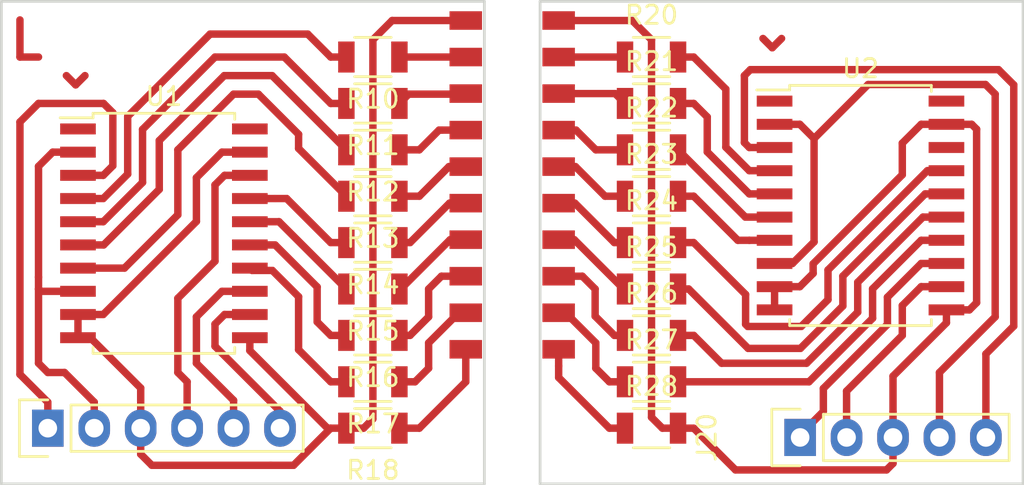
<source format=kicad_pcb>
(kicad_pcb (version 4) (host pcbnew 4.0.6)

  (general
    (links 59)
    (no_connects 2)
    (area 101.524999 89.332999 157.555001 115.899001)
    (thickness 1.6)
    (drawings 8)
    (tracks 277)
    (zones 0)
    (modules 24)
    (nets 49)
  )

  (page A4)
  (layers
    (0 F.Cu signal)
    (31 B.Cu signal)
    (32 B.Adhes user)
    (33 F.Adhes user)
    (34 B.Paste user)
    (35 F.Paste user)
    (36 B.SilkS user)
    (37 F.SilkS user hide)
    (38 B.Mask user)
    (39 F.Mask user)
    (40 Dwgs.User user)
    (41 Cmts.User user)
    (42 Eco1.User user)
    (43 Eco2.User user)
    (44 Edge.Cuts user)
    (45 Margin user)
    (46 B.CrtYd user hide)
    (47 F.CrtYd user)
    (48 B.Fab user)
    (49 F.Fab user hide)
  )

  (setup
    (last_trace_width 0.4064)
    (trace_clearance 0.4064)
    (zone_clearance 0.508)
    (zone_45_only no)
    (trace_min 0.2)
    (segment_width 0.2)
    (edge_width 0.15)
    (via_size 0.6)
    (via_drill 0.4)
    (via_min_size 0.4)
    (via_min_drill 0.3)
    (uvia_size 0.3)
    (uvia_drill 0.1)
    (uvias_allowed no)
    (uvia_min_size 0.2)
    (uvia_min_drill 0.1)
    (pcb_text_width 0.3)
    (pcb_text_size 1.5 1.5)
    (mod_edge_width 0.15)
    (mod_text_size 1 1)
    (mod_text_width 0.15)
    (pad_size 1.524 1.524)
    (pad_drill 0.762)
    (pad_to_mask_clearance 0.2)
    (aux_axis_origin 0 0)
    (visible_elements FFFFFF7F)
    (pcbplotparams
      (layerselection 0x01000_00000001)
      (usegerberextensions false)
      (excludeedgelayer true)
      (linewidth 0.100000)
      (plotframeref false)
      (viasonmask false)
      (mode 1)
      (useauxorigin false)
      (hpglpennumber 1)
      (hpglpenspeed 20)
      (hpglpendiameter 15)
      (hpglpenoverlay 2)
      (psnegative false)
      (psa4output false)
      (plotreference true)
      (plotvalue true)
      (plotinvisibletext false)
      (padsonsilk false)
      (subtractmaskfromsilk false)
      (outputformat 1)
      (mirror false)
      (drillshape 0)
      (scaleselection 1)
      (outputdirectory gerbers-r/))
  )

  (net 0 "")
  (net 1 GND)
  (net 2 "Net-(J11-Pad10)")
  (net 3 "Net-(U1-Pad1)")
  (net 4 VCC)
  (net 5 "Net-(J10-Pad4)")
  (net 6 "Net-(J10-Pad5)")
  (net 7 "Net-(U1-Pad20)")
  (net 8 "Net-(U2-Pad1)")
  (net 9 "Net-(U2-Pad18)")
  (net 10 "Net-(U2-Pad20)")
  (net 11 /K0F)
  (net 12 /K0G)
  (net 13 /K0C)
  (net 14 /K0P)
  (net 15 /K0A)
  (net 16 /K0B)
  (net 17 /K0E)
  (net 18 /K0D)
  (net 19 "Net-(J11-Pad3)")
  (net 20 "Net-(J11-Pad5)")
  (net 21 "Net-(J11-Pad7)")
  (net 22 "Net-(J11-Pad9)")
  (net 23 "Net-(J11-Pad2)")
  (net 24 "Net-(J11-Pad4)")
  (net 25 "Net-(J11-Pad6)")
  (net 26 "Net-(J11-Pad8)")
  (net 27 "Net-(J10-Pad1)")
  (net 28 "Net-(J10-Pad6)")
  (net 29 "Net-(J2-Pad3)")
  (net 30 "Net-(J2-Pad5)")
  (net 31 "Net-(J2-Pad7)")
  (net 32 "Net-(J2-Pad9)")
  (net 33 "Net-(J2-Pad2)")
  (net 34 "Net-(J2-Pad4)")
  (net 35 "Net-(J2-Pad6)")
  (net 36 "Net-(J2-Pad8)")
  (net 37 "Net-(J2-Pad10)")
  (net 38 /K1A)
  (net 39 /K1F)
  (net 40 /K1B)
  (net 41 /K1G)
  (net 42 /K1E)
  (net 43 /K1C)
  (net 44 /K1D)
  (net 45 /K1P)
  (net 46 "Net-(J20-Pad2)")
  (net 47 "Net-(J20-Pad5)")
  (net 48 "Net-(J20-Pad1)")

  (net_class Default "This is the default net class."
    (clearance 0.4064)
    (trace_width 0.4064)
    (via_dia 0.6)
    (via_drill 0.4)
    (uvia_dia 0.3)
    (uvia_drill 0.1)
    (add_net /K0A)
    (add_net /K0B)
    (add_net /K0C)
    (add_net /K0D)
    (add_net /K0E)
    (add_net /K0F)
    (add_net /K0G)
    (add_net /K0P)
    (add_net /K1A)
    (add_net /K1B)
    (add_net /K1C)
    (add_net /K1D)
    (add_net /K1E)
    (add_net /K1F)
    (add_net /K1G)
    (add_net /K1P)
    (add_net GND)
    (add_net "Net-(J10-Pad1)")
    (add_net "Net-(J10-Pad4)")
    (add_net "Net-(J10-Pad5)")
    (add_net "Net-(J10-Pad6)")
    (add_net "Net-(J11-Pad10)")
    (add_net "Net-(J11-Pad2)")
    (add_net "Net-(J11-Pad3)")
    (add_net "Net-(J11-Pad4)")
    (add_net "Net-(J11-Pad5)")
    (add_net "Net-(J11-Pad6)")
    (add_net "Net-(J11-Pad7)")
    (add_net "Net-(J11-Pad8)")
    (add_net "Net-(J11-Pad9)")
    (add_net "Net-(J2-Pad10)")
    (add_net "Net-(J2-Pad2)")
    (add_net "Net-(J2-Pad3)")
    (add_net "Net-(J2-Pad4)")
    (add_net "Net-(J2-Pad5)")
    (add_net "Net-(J2-Pad6)")
    (add_net "Net-(J2-Pad7)")
    (add_net "Net-(J2-Pad8)")
    (add_net "Net-(J2-Pad9)")
    (add_net "Net-(J20-Pad1)")
    (add_net "Net-(J20-Pad2)")
    (add_net "Net-(J20-Pad5)")
    (add_net "Net-(U1-Pad1)")
    (add_net "Net-(U1-Pad20)")
    (add_net "Net-(U2-Pad1)")
    (add_net "Net-(U2-Pad18)")
    (add_net "Net-(U2-Pad20)")
    (add_net VCC)
  )

  (module Resistors_SMD:R_1206 (layer F.Cu) (tedit 58307BE8) (tstamp 59ED2B91)
    (at 121.92 105.156 180)
    (descr "Resistor SMD 1206, reflow soldering, Vishay (see dcrcw.pdf)")
    (tags "resistor 1206")
    (path /59ED3238)
    (attr smd)
    (fp_text reference R15 (at 0 -2.3 180) (layer F.SilkS)
      (effects (font (size 1 1) (thickness 0.15)))
    )
    (fp_text value 22k (at 0 2.3 180) (layer F.Fab)
      (effects (font (size 1 1) (thickness 0.15)))
    )
    (fp_line (start -1.6 0.8) (end -1.6 -0.8) (layer F.Fab) (width 0.1))
    (fp_line (start 1.6 0.8) (end -1.6 0.8) (layer F.Fab) (width 0.1))
    (fp_line (start 1.6 -0.8) (end 1.6 0.8) (layer F.Fab) (width 0.1))
    (fp_line (start -1.6 -0.8) (end 1.6 -0.8) (layer F.Fab) (width 0.1))
    (fp_line (start -2.2 -1.2) (end 2.2 -1.2) (layer F.CrtYd) (width 0.05))
    (fp_line (start -2.2 1.2) (end 2.2 1.2) (layer F.CrtYd) (width 0.05))
    (fp_line (start -2.2 -1.2) (end -2.2 1.2) (layer F.CrtYd) (width 0.05))
    (fp_line (start 2.2 -1.2) (end 2.2 1.2) (layer F.CrtYd) (width 0.05))
    (fp_line (start 1 1.075) (end -1 1.075) (layer F.SilkS) (width 0.15))
    (fp_line (start -1 -1.075) (end 1 -1.075) (layer F.SilkS) (width 0.15))
    (pad 1 smd rect (at -1.45 0 180) (size 0.9 1.7) (layers F.Cu F.Paste F.Mask)
      (net 21 "Net-(J11-Pad7)"))
    (pad 2 smd rect (at 1.45 0 180) (size 0.9 1.7) (layers F.Cu F.Paste F.Mask)
      (net 13 /K0C))
    (model Resistors_SMD.3dshapes/R_1206.wrl
      (at (xyz 0 0 0))
      (scale (xyz 1 1 1))
      (rotate (xyz 0 0 0))
    )
  )

  (module Resistors_SMD:R_1206 (layer F.Cu) (tedit 58307BE8) (tstamp 59ED2B71)
    (at 121.92 100.076 180)
    (descr "Resistor SMD 1206, reflow soldering, Vishay (see dcrcw.pdf)")
    (tags "resistor 1206")
    (path /59ED31ED)
    (attr smd)
    (fp_text reference R13 (at 0 -2.3 180) (layer F.SilkS)
      (effects (font (size 1 1) (thickness 0.15)))
    )
    (fp_text value 22k (at 0 2.3 180) (layer F.Fab)
      (effects (font (size 1 1) (thickness 0.15)))
    )
    (fp_line (start -1.6 0.8) (end -1.6 -0.8) (layer F.Fab) (width 0.1))
    (fp_line (start 1.6 0.8) (end -1.6 0.8) (layer F.Fab) (width 0.1))
    (fp_line (start 1.6 -0.8) (end 1.6 0.8) (layer F.Fab) (width 0.1))
    (fp_line (start -1.6 -0.8) (end 1.6 -0.8) (layer F.Fab) (width 0.1))
    (fp_line (start -2.2 -1.2) (end 2.2 -1.2) (layer F.CrtYd) (width 0.05))
    (fp_line (start -2.2 1.2) (end 2.2 1.2) (layer F.CrtYd) (width 0.05))
    (fp_line (start -2.2 -1.2) (end -2.2 1.2) (layer F.CrtYd) (width 0.05))
    (fp_line (start 2.2 -1.2) (end 2.2 1.2) (layer F.CrtYd) (width 0.05))
    (fp_line (start 1 1.075) (end -1 1.075) (layer F.SilkS) (width 0.15))
    (fp_line (start -1 -1.075) (end 1 -1.075) (layer F.SilkS) (width 0.15))
    (pad 1 smd rect (at -1.45 0 180) (size 0.9 1.7) (layers F.Cu F.Paste F.Mask)
      (net 20 "Net-(J11-Pad5)"))
    (pad 2 smd rect (at 1.45 0 180) (size 0.9 1.7) (layers F.Cu F.Paste F.Mask)
      (net 12 /K0G))
    (model Resistors_SMD.3dshapes/R_1206.wrl
      (at (xyz 0 0 0))
      (scale (xyz 1 1 1))
      (rotate (xyz 0 0 0))
    )
  )

  (module Resistors_SMD:R_1206 (layer F.Cu) (tedit 58307BE8) (tstamp 59ED2B81)
    (at 121.92 102.616 180)
    (descr "Resistor SMD 1206, reflow soldering, Vishay (see dcrcw.pdf)")
    (tags "resistor 1206")
    (path /59ED3212)
    (attr smd)
    (fp_text reference R14 (at 0 -2.3 180) (layer F.SilkS)
      (effects (font (size 1 1) (thickness 0.15)))
    )
    (fp_text value 22k (at 0 2.3 180) (layer F.Fab)
      (effects (font (size 1 1) (thickness 0.15)))
    )
    (fp_line (start -1.6 0.8) (end -1.6 -0.8) (layer F.Fab) (width 0.1))
    (fp_line (start 1.6 0.8) (end -1.6 0.8) (layer F.Fab) (width 0.1))
    (fp_line (start 1.6 -0.8) (end 1.6 0.8) (layer F.Fab) (width 0.1))
    (fp_line (start -1.6 -0.8) (end 1.6 -0.8) (layer F.Fab) (width 0.1))
    (fp_line (start -2.2 -1.2) (end 2.2 -1.2) (layer F.CrtYd) (width 0.05))
    (fp_line (start -2.2 1.2) (end 2.2 1.2) (layer F.CrtYd) (width 0.05))
    (fp_line (start -2.2 -1.2) (end -2.2 1.2) (layer F.CrtYd) (width 0.05))
    (fp_line (start 2.2 -1.2) (end 2.2 1.2) (layer F.CrtYd) (width 0.05))
    (fp_line (start 1 1.075) (end -1 1.075) (layer F.SilkS) (width 0.15))
    (fp_line (start -1 -1.075) (end 1 -1.075) (layer F.SilkS) (width 0.15))
    (pad 1 smd rect (at -1.45 0 180) (size 0.9 1.7) (layers F.Cu F.Paste F.Mask)
      (net 25 "Net-(J11-Pad6)"))
    (pad 2 smd rect (at 1.45 0 180) (size 0.9 1.7) (layers F.Cu F.Paste F.Mask)
      (net 17 /K0E))
    (model Resistors_SMD.3dshapes/R_1206.wrl
      (at (xyz 0 0 0))
      (scale (xyz 1 1 1))
      (rotate (xyz 0 0 0))
    )
  )

  (module Resistors_SMD:R_1206 (layer F.Cu) (tedit 58307BE8) (tstamp 59ED2BA1)
    (at 121.92 107.696 180)
    (descr "Resistor SMD 1206, reflow soldering, Vishay (see dcrcw.pdf)")
    (tags "resistor 1206")
    (path /59ED3267)
    (attr smd)
    (fp_text reference R16 (at 0 -2.3 180) (layer F.SilkS)
      (effects (font (size 1 1) (thickness 0.15)))
    )
    (fp_text value 22k (at 0 2.3 180) (layer F.Fab)
      (effects (font (size 1 1) (thickness 0.15)))
    )
    (fp_line (start -1.6 0.8) (end -1.6 -0.8) (layer F.Fab) (width 0.1))
    (fp_line (start 1.6 0.8) (end -1.6 0.8) (layer F.Fab) (width 0.1))
    (fp_line (start 1.6 -0.8) (end 1.6 0.8) (layer F.Fab) (width 0.1))
    (fp_line (start -1.6 -0.8) (end 1.6 -0.8) (layer F.Fab) (width 0.1))
    (fp_line (start -2.2 -1.2) (end 2.2 -1.2) (layer F.CrtYd) (width 0.05))
    (fp_line (start -2.2 1.2) (end 2.2 1.2) (layer F.CrtYd) (width 0.05))
    (fp_line (start -2.2 -1.2) (end -2.2 1.2) (layer F.CrtYd) (width 0.05))
    (fp_line (start 2.2 -1.2) (end 2.2 1.2) (layer F.CrtYd) (width 0.05))
    (fp_line (start 1 1.075) (end -1 1.075) (layer F.SilkS) (width 0.15))
    (fp_line (start -1 -1.075) (end 1 -1.075) (layer F.SilkS) (width 0.15))
    (pad 1 smd rect (at -1.45 0 180) (size 0.9 1.7) (layers F.Cu F.Paste F.Mask)
      (net 26 "Net-(J11-Pad8)"))
    (pad 2 smd rect (at 1.45 0 180) (size 0.9 1.7) (layers F.Cu F.Paste F.Mask)
      (net 18 /K0D))
    (model Resistors_SMD.3dshapes/R_1206.wrl
      (at (xyz 0 0 0))
      (scale (xyz 1 1 1))
      (rotate (xyz 0 0 0))
    )
  )

  (module Resistors_SMD:R_1206 (layer F.Cu) (tedit 58307BE8) (tstamp 59ED2BC1)
    (at 121.92 112.776 180)
    (descr "Resistor SMD 1206, reflow soldering, Vishay (see dcrcw.pdf)")
    (tags "resistor 1206")
    (path /59ED37AF)
    (attr smd)
    (fp_text reference R18 (at 0 -2.3 180) (layer F.SilkS)
      (effects (font (size 1 1) (thickness 0.15)))
    )
    (fp_text value 330k (at 0 2.3 180) (layer F.Fab)
      (effects (font (size 1 1) (thickness 0.15)))
    )
    (fp_line (start -1.6 0.8) (end -1.6 -0.8) (layer F.Fab) (width 0.1))
    (fp_line (start 1.6 0.8) (end -1.6 0.8) (layer F.Fab) (width 0.1))
    (fp_line (start 1.6 -0.8) (end 1.6 0.8) (layer F.Fab) (width 0.1))
    (fp_line (start -1.6 -0.8) (end 1.6 -0.8) (layer F.Fab) (width 0.1))
    (fp_line (start -2.2 -1.2) (end 2.2 -1.2) (layer F.CrtYd) (width 0.05))
    (fp_line (start -2.2 1.2) (end 2.2 1.2) (layer F.CrtYd) (width 0.05))
    (fp_line (start -2.2 -1.2) (end -2.2 1.2) (layer F.CrtYd) (width 0.05))
    (fp_line (start 2.2 -1.2) (end 2.2 1.2) (layer F.CrtYd) (width 0.05))
    (fp_line (start 1 1.075) (end -1 1.075) (layer F.SilkS) (width 0.15))
    (fp_line (start -1 -1.075) (end 1 -1.075) (layer F.SilkS) (width 0.15))
    (pad 1 smd rect (at -1.45 0 180) (size 0.9 1.7) (layers F.Cu F.Paste F.Mask)
      (net 2 "Net-(J11-Pad10)"))
    (pad 2 smd rect (at 1.45 0 180) (size 0.9 1.7) (layers F.Cu F.Paste F.Mask)
      (net 1 GND))
    (model Resistors_SMD.3dshapes/R_1206.wrl
      (at (xyz 0 0 0))
      (scale (xyz 1 1 1))
      (rotate (xyz 0 0 0))
    )
  )

  (module Housings_SOIC:SOIC-20W_7.5x12.8mm_Pitch1.27mm (layer F.Cu) (tedit 57503549) (tstamp 59ED2BE9)
    (at 110.49 102.108)
    (descr "20-Lead Plastic Small Outline (SO) - Wide, 7.50 mm Body [SOIC] (see Microchip Packaging Specification 00000049BS.pdf)")
    (tags "SOIC 1.27")
    (path /59ED26D5)
    (attr smd)
    (fp_text reference U1 (at 0 -7.5) (layer F.SilkS)
      (effects (font (size 1 1) (thickness 0.15)))
    )
    (fp_text value TPIC6B595 (at 0 7.5) (layer F.Fab)
      (effects (font (size 1 1) (thickness 0.15)))
    )
    (fp_line (start -2.75 -6.4) (end 3.75 -6.4) (layer F.Fab) (width 0.15))
    (fp_line (start 3.75 -6.4) (end 3.75 6.4) (layer F.Fab) (width 0.15))
    (fp_line (start 3.75 6.4) (end -3.75 6.4) (layer F.Fab) (width 0.15))
    (fp_line (start -3.75 6.4) (end -3.75 -5.4) (layer F.Fab) (width 0.15))
    (fp_line (start -3.75 -5.4) (end -2.75 -6.4) (layer F.Fab) (width 0.15))
    (fp_line (start -5.95 -6.75) (end -5.95 6.75) (layer F.CrtYd) (width 0.05))
    (fp_line (start 5.95 -6.75) (end 5.95 6.75) (layer F.CrtYd) (width 0.05))
    (fp_line (start -5.95 -6.75) (end 5.95 -6.75) (layer F.CrtYd) (width 0.05))
    (fp_line (start -5.95 6.75) (end 5.95 6.75) (layer F.CrtYd) (width 0.05))
    (fp_line (start -3.875 -6.575) (end -3.875 -6.325) (layer F.SilkS) (width 0.15))
    (fp_line (start 3.875 -6.575) (end 3.875 -6.24) (layer F.SilkS) (width 0.15))
    (fp_line (start 3.875 6.575) (end 3.875 6.24) (layer F.SilkS) (width 0.15))
    (fp_line (start -3.875 6.575) (end -3.875 6.24) (layer F.SilkS) (width 0.15))
    (fp_line (start -3.875 -6.575) (end 3.875 -6.575) (layer F.SilkS) (width 0.15))
    (fp_line (start -3.875 6.575) (end 3.875 6.575) (layer F.SilkS) (width 0.15))
    (fp_line (start -3.875 -6.325) (end -5.675 -6.325) (layer F.SilkS) (width 0.15))
    (pad 1 smd rect (at -4.7 -5.715) (size 1.95 0.6) (layers F.Cu F.Paste F.Mask)
      (net 3 "Net-(U1-Pad1)"))
    (pad 2 smd rect (at -4.7 -4.445) (size 1.95 0.6) (layers F.Cu F.Paste F.Mask)
      (net 4 VCC))
    (pad 3 smd rect (at -4.7 -3.175) (size 1.95 0.6) (layers F.Cu F.Paste F.Mask)
      (net 27 "Net-(J10-Pad1)"))
    (pad 4 smd rect (at -4.7 -1.905) (size 1.95 0.6) (layers F.Cu F.Paste F.Mask)
      (net 15 /K0A))
    (pad 5 smd rect (at -4.7 -0.635) (size 1.95 0.6) (layers F.Cu F.Paste F.Mask)
      (net 11 /K0F))
    (pad 6 smd rect (at -4.7 0.635) (size 1.95 0.6) (layers F.Cu F.Paste F.Mask)
      (net 16 /K0B))
    (pad 7 smd rect (at -4.7 1.905) (size 1.95 0.6) (layers F.Cu F.Paste F.Mask)
      (net 12 /K0G))
    (pad 8 smd rect (at -4.7 3.175) (size 1.95 0.6) (layers F.Cu F.Paste F.Mask)
      (net 4 VCC))
    (pad 9 smd rect (at -4.7 4.445) (size 1.95 0.6) (layers F.Cu F.Paste F.Mask)
      (net 1 GND))
    (pad 10 smd rect (at -4.7 5.715) (size 1.95 0.6) (layers F.Cu F.Paste F.Mask)
      (net 1 GND))
    (pad 11 smd rect (at 4.7 5.715) (size 1.95 0.6) (layers F.Cu F.Paste F.Mask)
      (net 1 GND))
    (pad 12 smd rect (at 4.7 4.445) (size 1.95 0.6) (layers F.Cu F.Paste F.Mask)
      (net 28 "Net-(J10-Pad6)"))
    (pad 13 smd rect (at 4.7 3.175) (size 1.95 0.6) (layers F.Cu F.Paste F.Mask)
      (net 6 "Net-(J10-Pad5)"))
    (pad 14 smd rect (at 4.7 1.905) (size 1.95 0.6) (layers F.Cu F.Paste F.Mask)
      (net 14 /K0P))
    (pad 15 smd rect (at 4.7 0.635) (size 1.95 0.6) (layers F.Cu F.Paste F.Mask)
      (net 18 /K0D))
    (pad 16 smd rect (at 4.7 -0.635) (size 1.95 0.6) (layers F.Cu F.Paste F.Mask)
      (net 13 /K0C))
    (pad 17 smd rect (at 4.7 -1.905) (size 1.95 0.6) (layers F.Cu F.Paste F.Mask)
      (net 17 /K0E))
    (pad 18 smd rect (at 4.7 -3.175) (size 1.95 0.6) (layers F.Cu F.Paste F.Mask)
      (net 5 "Net-(J10-Pad4)"))
    (pad 19 smd rect (at 4.7 -4.445) (size 1.95 0.6) (layers F.Cu F.Paste F.Mask)
      (net 1 GND))
    (pad 20 smd rect (at 4.7 -5.715) (size 1.95 0.6) (layers F.Cu F.Paste F.Mask)
      (net 7 "Net-(U1-Pad20)"))
    (model Housings_SOIC.3dshapes/SOIC-20_7.5x12.8mm_Pitch1.27mm.wrl
      (at (xyz 0 0 0))
      (scale (xyz 1 1 1))
      (rotate (xyz 0 0 0))
    )
  )

  (module Resistors_SMD:R_1206 (layer F.Cu) (tedit 58307BE8) (tstamp 59ED2BB1)
    (at 121.92 110.236 180)
    (descr "Resistor SMD 1206, reflow soldering, Vishay (see dcrcw.pdf)")
    (tags "resistor 1206")
    (path /59ED329F)
    (attr smd)
    (fp_text reference R17 (at 0 -2.3 180) (layer F.SilkS)
      (effects (font (size 1 1) (thickness 0.15)))
    )
    (fp_text value 220k (at 0 2.3 180) (layer F.Fab)
      (effects (font (size 1 1) (thickness 0.15)))
    )
    (fp_line (start -1.6 0.8) (end -1.6 -0.8) (layer F.Fab) (width 0.1))
    (fp_line (start 1.6 0.8) (end -1.6 0.8) (layer F.Fab) (width 0.1))
    (fp_line (start 1.6 -0.8) (end 1.6 0.8) (layer F.Fab) (width 0.1))
    (fp_line (start -1.6 -0.8) (end 1.6 -0.8) (layer F.Fab) (width 0.1))
    (fp_line (start -2.2 -1.2) (end 2.2 -1.2) (layer F.CrtYd) (width 0.05))
    (fp_line (start -2.2 1.2) (end 2.2 1.2) (layer F.CrtYd) (width 0.05))
    (fp_line (start -2.2 -1.2) (end -2.2 1.2) (layer F.CrtYd) (width 0.05))
    (fp_line (start 2.2 -1.2) (end 2.2 1.2) (layer F.CrtYd) (width 0.05))
    (fp_line (start 1 1.075) (end -1 1.075) (layer F.SilkS) (width 0.15))
    (fp_line (start -1 -1.075) (end 1 -1.075) (layer F.SilkS) (width 0.15))
    (pad 1 smd rect (at -1.45 0 180) (size 0.9 1.7) (layers F.Cu F.Paste F.Mask)
      (net 22 "Net-(J11-Pad9)"))
    (pad 2 smd rect (at 1.45 0 180) (size 0.9 1.7) (layers F.Cu F.Paste F.Mask)
      (net 14 /K0P))
    (model Resistors_SMD.3dshapes/R_1206.wrl
      (at (xyz 0 0 0))
      (scale (xyz 1 1 1))
      (rotate (xyz 0 0 0))
    )
  )

  (module Pin_Headers:Pin_Header_Straight_1x06 (layer F.Cu) (tedit 0) (tstamp 59F35313)
    (at 104.14 112.776 90)
    (descr "Through hole pin header")
    (tags "pin header")
    (path /59ED28B3)
    (fp_text reference J10 (at 0 -5.1 90) (layer F.SilkS)
      (effects (font (size 1 1) (thickness 0.15)))
    )
    (fp_text value CONN_01X06 (at 0 -3.1 90) (layer F.Fab)
      (effects (font (size 1 1) (thickness 0.15)))
    )
    (fp_line (start -1.75 -1.75) (end -1.75 14.45) (layer F.CrtYd) (width 0.05))
    (fp_line (start 1.75 -1.75) (end 1.75 14.45) (layer F.CrtYd) (width 0.05))
    (fp_line (start -1.75 -1.75) (end 1.75 -1.75) (layer F.CrtYd) (width 0.05))
    (fp_line (start -1.75 14.45) (end 1.75 14.45) (layer F.CrtYd) (width 0.05))
    (fp_line (start 1.27 1.27) (end 1.27 13.97) (layer F.SilkS) (width 0.15))
    (fp_line (start 1.27 13.97) (end -1.27 13.97) (layer F.SilkS) (width 0.15))
    (fp_line (start -1.27 13.97) (end -1.27 1.27) (layer F.SilkS) (width 0.15))
    (fp_line (start 1.55 -1.55) (end 1.55 0) (layer F.SilkS) (width 0.15))
    (fp_line (start 1.27 1.27) (end -1.27 1.27) (layer F.SilkS) (width 0.15))
    (fp_line (start -1.55 0) (end -1.55 -1.55) (layer F.SilkS) (width 0.15))
    (fp_line (start -1.55 -1.55) (end 1.55 -1.55) (layer F.SilkS) (width 0.15))
    (pad 1 thru_hole rect (at 0 0 90) (size 2.032 1.7272) (drill 1.016) (layers *.Cu *.Mask)
      (net 27 "Net-(J10-Pad1)"))
    (pad 2 thru_hole oval (at 0 2.54 90) (size 2.032 1.7272) (drill 1.016) (layers *.Cu *.Mask)
      (net 4 VCC))
    (pad 3 thru_hole oval (at 0 5.08 90) (size 2.032 1.7272) (drill 1.016) (layers *.Cu *.Mask)
      (net 1 GND))
    (pad 4 thru_hole oval (at 0 7.62 90) (size 2.032 1.7272) (drill 1.016) (layers *.Cu *.Mask)
      (net 5 "Net-(J10-Pad4)"))
    (pad 5 thru_hole oval (at 0 10.16 90) (size 2.032 1.7272) (drill 1.016) (layers *.Cu *.Mask)
      (net 6 "Net-(J10-Pad5)"))
    (pad 6 thru_hole oval (at 0 12.7 90) (size 2.032 1.7272) (drill 1.016) (layers *.Cu *.Mask)
      (net 28 "Net-(J10-Pad6)"))
    (model Pin_Headers.3dshapes/Pin_Header_Straight_1x06.wrl
      (at (xyz 0 -0.25 0))
      (scale (xyz 1 1 1))
      (rotate (xyz 0 0 90))
    )
  )

  (module Resistors_SMD:R_1206 (layer F.Cu) (tedit 58307BE8) (tstamp 59ED2B61)
    (at 121.92 97.536 180)
    (descr "Resistor SMD 1206, reflow soldering, Vishay (see dcrcw.pdf)")
    (tags "resistor 1206")
    (path /59ED31CD)
    (attr smd)
    (fp_text reference R12 (at 0 -2.3 180) (layer F.SilkS)
      (effects (font (size 1 1) (thickness 0.15)))
    )
    (fp_text value 22k (at 0 2.3 180) (layer F.Fab)
      (effects (font (size 1 1) (thickness 0.15)))
    )
    (fp_line (start -1.6 0.8) (end -1.6 -0.8) (layer F.Fab) (width 0.1))
    (fp_line (start 1.6 0.8) (end -1.6 0.8) (layer F.Fab) (width 0.1))
    (fp_line (start 1.6 -0.8) (end 1.6 0.8) (layer F.Fab) (width 0.1))
    (fp_line (start -1.6 -0.8) (end 1.6 -0.8) (layer F.Fab) (width 0.1))
    (fp_line (start -2.2 -1.2) (end 2.2 -1.2) (layer F.CrtYd) (width 0.05))
    (fp_line (start -2.2 1.2) (end 2.2 1.2) (layer F.CrtYd) (width 0.05))
    (fp_line (start -2.2 -1.2) (end -2.2 1.2) (layer F.CrtYd) (width 0.05))
    (fp_line (start 2.2 -1.2) (end 2.2 1.2) (layer F.CrtYd) (width 0.05))
    (fp_line (start 1 1.075) (end -1 1.075) (layer F.SilkS) (width 0.15))
    (fp_line (start -1 -1.075) (end 1 -1.075) (layer F.SilkS) (width 0.15))
    (pad 1 smd rect (at -1.45 0 180) (size 0.9 1.7) (layers F.Cu F.Paste F.Mask)
      (net 24 "Net-(J11-Pad4)"))
    (pad 2 smd rect (at 1.45 0 180) (size 0.9 1.7) (layers F.Cu F.Paste F.Mask)
      (net 16 /K0B))
    (model Resistors_SMD.3dshapes/R_1206.wrl
      (at (xyz 0 0 0))
      (scale (xyz 1 1 1))
      (rotate (xyz 0 0 0))
    )
  )

  (module panaplex:Pads_1x10_Pitch2.00mm_SMD (layer F.Cu) (tedit 59EA8575) (tstamp 59ED2B31)
    (at 127 99.456)
    (descr "surface-mounted straight pin header, 1x10, 2.00mm pitch, single row, style 1 (pin 1 left)")
    (tags "Surface mounted pin header SMD 1x10 2.00mm single row style1 pin1 left")
    (path /59ED343D)
    (attr smd)
    (fp_text reference J11 (at 0 -11.06) (layer F.SilkS)
      (effects (font (size 1 1) (thickness 0.15)))
    )
    (fp_text value CONN_01X10 (at 0 11.06) (layer F.Fab)
      (effects (font (size 1 1) (thickness 0.15)))
    )
    (pad 1 smd rect (at 0 -9) (size 1.778 1.016) (layers F.Cu F.Mask)
      (net 1 GND))
    (pad 3 smd rect (at 0 -5) (size 1.778 1.016) (layers F.Cu F.Mask)
      (net 19 "Net-(J11-Pad3)"))
    (pad 5 smd rect (at 0 -1) (size 1.778 1.016) (layers F.Cu F.Mask)
      (net 20 "Net-(J11-Pad5)"))
    (pad 7 smd rect (at 0 3) (size 1.778 1.016) (layers F.Cu F.Mask)
      (net 21 "Net-(J11-Pad7)"))
    (pad 9 smd rect (at 0 7) (size 1.778 1.016) (layers F.Cu F.Mask)
      (net 22 "Net-(J11-Pad9)"))
    (pad 2 smd rect (at 0 -7) (size 1.778 1.016) (layers F.Cu F.Mask)
      (net 23 "Net-(J11-Pad2)"))
    (pad 4 smd rect (at 0 -3) (size 1.778 1.016) (layers F.Cu F.Mask)
      (net 24 "Net-(J11-Pad4)"))
    (pad 6 smd rect (at 0 1) (size 1.778 1.016) (layers F.Cu F.Mask)
      (net 25 "Net-(J11-Pad6)"))
    (pad 8 smd rect (at 0 5) (size 1.778 1.016) (layers F.Cu F.Mask)
      (net 26 "Net-(J11-Pad8)"))
    (pad 10 smd rect (at 0 9) (size 1.778 1.016) (layers F.Cu F.Mask)
      (net 2 "Net-(J11-Pad10)"))
    (model Pin_Headers.3dshapes/Pin_Header_Straight_1x10_Pitch2.00mm_SMD_Pin1Left.wrl
      (at (xyz 0 0 0))
      (scale (xyz 1 1 1))
      (rotate (xyz 0 0 0))
    )
  )

  (module Resistors_SMD:R_1206 (layer F.Cu) (tedit 58307BE8) (tstamp 59ED2B41)
    (at 121.92 92.456 180)
    (descr "Resistor SMD 1206, reflow soldering, Vishay (see dcrcw.pdf)")
    (tags "resistor 1206")
    (path /59ED2C02)
    (attr smd)
    (fp_text reference R10 (at 0 -2.3 180) (layer F.SilkS)
      (effects (font (size 1 1) (thickness 0.15)))
    )
    (fp_text value 22k (at 0 2.3 180) (layer F.Fab)
      (effects (font (size 1 1) (thickness 0.15)))
    )
    (fp_line (start -1.6 0.8) (end -1.6 -0.8) (layer F.Fab) (width 0.1))
    (fp_line (start 1.6 0.8) (end -1.6 0.8) (layer F.Fab) (width 0.1))
    (fp_line (start 1.6 -0.8) (end 1.6 0.8) (layer F.Fab) (width 0.1))
    (fp_line (start -1.6 -0.8) (end 1.6 -0.8) (layer F.Fab) (width 0.1))
    (fp_line (start -2.2 -1.2) (end 2.2 -1.2) (layer F.CrtYd) (width 0.05))
    (fp_line (start -2.2 1.2) (end 2.2 1.2) (layer F.CrtYd) (width 0.05))
    (fp_line (start -2.2 -1.2) (end -2.2 1.2) (layer F.CrtYd) (width 0.05))
    (fp_line (start 2.2 -1.2) (end 2.2 1.2) (layer F.CrtYd) (width 0.05))
    (fp_line (start 1 1.075) (end -1 1.075) (layer F.SilkS) (width 0.15))
    (fp_line (start -1 -1.075) (end 1 -1.075) (layer F.SilkS) (width 0.15))
    (pad 1 smd rect (at -1.45 0 180) (size 0.9 1.7) (layers F.Cu F.Paste F.Mask)
      (net 23 "Net-(J11-Pad2)"))
    (pad 2 smd rect (at 1.45 0 180) (size 0.9 1.7) (layers F.Cu F.Paste F.Mask)
      (net 15 /K0A))
    (model Resistors_SMD.3dshapes/R_1206.wrl
      (at (xyz 0 0 0))
      (scale (xyz 1 1 1))
      (rotate (xyz 0 0 0))
    )
  )

  (module Resistors_SMD:R_1206 (layer F.Cu) (tedit 58307BE8) (tstamp 59ED2B51)
    (at 121.92 94.996 180)
    (descr "Resistor SMD 1206, reflow soldering, Vishay (see dcrcw.pdf)")
    (tags "resistor 1206")
    (path /59ED31AE)
    (attr smd)
    (fp_text reference R11 (at 0 -2.3 180) (layer F.SilkS)
      (effects (font (size 1 1) (thickness 0.15)))
    )
    (fp_text value 22k (at 0 2.3 180) (layer F.Fab)
      (effects (font (size 1 1) (thickness 0.15)))
    )
    (fp_line (start -1.6 0.8) (end -1.6 -0.8) (layer F.Fab) (width 0.1))
    (fp_line (start 1.6 0.8) (end -1.6 0.8) (layer F.Fab) (width 0.1))
    (fp_line (start 1.6 -0.8) (end 1.6 0.8) (layer F.Fab) (width 0.1))
    (fp_line (start -1.6 -0.8) (end 1.6 -0.8) (layer F.Fab) (width 0.1))
    (fp_line (start -2.2 -1.2) (end 2.2 -1.2) (layer F.CrtYd) (width 0.05))
    (fp_line (start -2.2 1.2) (end 2.2 1.2) (layer F.CrtYd) (width 0.05))
    (fp_line (start -2.2 -1.2) (end -2.2 1.2) (layer F.CrtYd) (width 0.05))
    (fp_line (start 2.2 -1.2) (end 2.2 1.2) (layer F.CrtYd) (width 0.05))
    (fp_line (start 1 1.075) (end -1 1.075) (layer F.SilkS) (width 0.15))
    (fp_line (start -1 -1.075) (end 1 -1.075) (layer F.SilkS) (width 0.15))
    (pad 1 smd rect (at -1.45 0 180) (size 0.9 1.7) (layers F.Cu F.Paste F.Mask)
      (net 19 "Net-(J11-Pad3)"))
    (pad 2 smd rect (at 1.45 0 180) (size 0.9 1.7) (layers F.Cu F.Paste F.Mask)
      (net 11 /K0F))
    (model Resistors_SMD.3dshapes/R_1206.wrl
      (at (xyz 0 0 0))
      (scale (xyz 1 1 1))
      (rotate (xyz 0 0 0))
    )
  )

  (module Housings_SOIC:SOIC-20W_7.5x12.8mm_Pitch1.27mm (layer F.Cu) (tedit 57503549) (tstamp 59ED2C11)
    (at 148.59 100.584)
    (descr "20-Lead Plastic Small Outline (SO) - Wide, 7.50 mm Body [SOIC] (see Microchip Packaging Specification 00000049BS.pdf)")
    (tags "SOIC 1.27")
    (path /59ED2706)
    (attr smd)
    (fp_text reference U2 (at 0 -7.5) (layer F.SilkS)
      (effects (font (size 1 1) (thickness 0.15)))
    )
    (fp_text value TPIC6B595 (at 0 7.5) (layer F.Fab)
      (effects (font (size 1 1) (thickness 0.15)))
    )
    (fp_line (start -2.75 -6.4) (end 3.75 -6.4) (layer F.Fab) (width 0.15))
    (fp_line (start 3.75 -6.4) (end 3.75 6.4) (layer F.Fab) (width 0.15))
    (fp_line (start 3.75 6.4) (end -3.75 6.4) (layer F.Fab) (width 0.15))
    (fp_line (start -3.75 6.4) (end -3.75 -5.4) (layer F.Fab) (width 0.15))
    (fp_line (start -3.75 -5.4) (end -2.75 -6.4) (layer F.Fab) (width 0.15))
    (fp_line (start -5.95 -6.75) (end -5.95 6.75) (layer F.CrtYd) (width 0.05))
    (fp_line (start 5.95 -6.75) (end 5.95 6.75) (layer F.CrtYd) (width 0.05))
    (fp_line (start -5.95 -6.75) (end 5.95 -6.75) (layer F.CrtYd) (width 0.05))
    (fp_line (start -5.95 6.75) (end 5.95 6.75) (layer F.CrtYd) (width 0.05))
    (fp_line (start -3.875 -6.575) (end -3.875 -6.325) (layer F.SilkS) (width 0.15))
    (fp_line (start 3.875 -6.575) (end 3.875 -6.24) (layer F.SilkS) (width 0.15))
    (fp_line (start 3.875 6.575) (end 3.875 6.24) (layer F.SilkS) (width 0.15))
    (fp_line (start -3.875 6.575) (end -3.875 6.24) (layer F.SilkS) (width 0.15))
    (fp_line (start -3.875 -6.575) (end 3.875 -6.575) (layer F.SilkS) (width 0.15))
    (fp_line (start -3.875 6.575) (end 3.875 6.575) (layer F.SilkS) (width 0.15))
    (fp_line (start -3.875 -6.325) (end -5.675 -6.325) (layer F.SilkS) (width 0.15))
    (pad 1 smd rect (at -4.7 -5.715) (size 1.95 0.6) (layers F.Cu F.Paste F.Mask)
      (net 8 "Net-(U2-Pad1)"))
    (pad 2 smd rect (at -4.7 -4.445) (size 1.95 0.6) (layers F.Cu F.Paste F.Mask)
      (net 4 VCC))
    (pad 3 smd rect (at -4.7 -3.175) (size 1.95 0.6) (layers F.Cu F.Paste F.Mask)
      (net 47 "Net-(J20-Pad5)"))
    (pad 4 smd rect (at -4.7 -1.905) (size 1.95 0.6) (layers F.Cu F.Paste F.Mask)
      (net 38 /K1A))
    (pad 5 smd rect (at -4.7 -0.635) (size 1.95 0.6) (layers F.Cu F.Paste F.Mask)
      (net 39 /K1F))
    (pad 6 smd rect (at -4.7 0.635) (size 1.95 0.6) (layers F.Cu F.Paste F.Mask)
      (net 40 /K1B))
    (pad 7 smd rect (at -4.7 1.905) (size 1.95 0.6) (layers F.Cu F.Paste F.Mask)
      (net 41 /K1G))
    (pad 8 smd rect (at -4.7 3.175) (size 1.95 0.6) (layers F.Cu F.Paste F.Mask)
      (net 4 VCC))
    (pad 9 smd rect (at -4.7 4.445) (size 1.95 0.6) (layers F.Cu F.Paste F.Mask)
      (net 1 GND))
    (pad 10 smd rect (at -4.7 5.715) (size 1.95 0.6) (layers F.Cu F.Paste F.Mask)
      (net 1 GND))
    (pad 11 smd rect (at 4.7 5.715) (size 1.95 0.6) (layers F.Cu F.Paste F.Mask)
      (net 1 GND))
    (pad 12 smd rect (at 4.7 4.445) (size 1.95 0.6) (layers F.Cu F.Paste F.Mask)
      (net 46 "Net-(J20-Pad2)"))
    (pad 13 smd rect (at 4.7 3.175) (size 1.95 0.6) (layers F.Cu F.Paste F.Mask)
      (net 48 "Net-(J20-Pad1)"))
    (pad 14 smd rect (at 4.7 1.905) (size 1.95 0.6) (layers F.Cu F.Paste F.Mask)
      (net 45 /K1P))
    (pad 15 smd rect (at 4.7 0.635) (size 1.95 0.6) (layers F.Cu F.Paste F.Mask)
      (net 44 /K1D))
    (pad 16 smd rect (at 4.7 -0.635) (size 1.95 0.6) (layers F.Cu F.Paste F.Mask)
      (net 43 /K1C))
    (pad 17 smd rect (at 4.7 -1.905) (size 1.95 0.6) (layers F.Cu F.Paste F.Mask)
      (net 42 /K1E))
    (pad 18 smd rect (at 4.7 -3.175) (size 1.95 0.6) (layers F.Cu F.Paste F.Mask)
      (net 9 "Net-(U2-Pad18)"))
    (pad 19 smd rect (at 4.7 -4.445) (size 1.95 0.6) (layers F.Cu F.Paste F.Mask)
      (net 1 GND))
    (pad 20 smd rect (at 4.7 -5.715) (size 1.95 0.6) (layers F.Cu F.Paste F.Mask)
      (net 10 "Net-(U2-Pad20)"))
    (model Housings_SOIC.3dshapes/SOIC-20_7.5x12.8mm_Pitch1.27mm.wrl
      (at (xyz 0 0 0))
      (scale (xyz 1 1 1))
      (rotate (xyz 0 0 0))
    )
  )

  (module panaplex:Pads_1x10_Pitch2.00mm_SMD (layer F.Cu) (tedit 59EA8575) (tstamp 59F356FA)
    (at 132.08 99.456)
    (descr "surface-mounted straight pin header, 1x10, 2.00mm pitch, single row, style 1 (pin 1 left)")
    (tags "Surface mounted pin header SMD 1x10 2.00mm single row style1 pin1 left")
    (path /59ED6424)
    (attr smd)
    (fp_text reference J2 (at 0 -11.06) (layer F.SilkS)
      (effects (font (size 1 1) (thickness 0.15)))
    )
    (fp_text value CONN_01X10 (at 0 11.06) (layer F.Fab)
      (effects (font (size 1 1) (thickness 0.15)))
    )
    (pad 1 smd rect (at 0 -9) (size 1.778 1.016) (layers F.Cu F.Mask)
      (net 1 GND))
    (pad 3 smd rect (at 0 -5) (size 1.778 1.016) (layers F.Cu F.Mask)
      (net 29 "Net-(J2-Pad3)"))
    (pad 5 smd rect (at 0 -1) (size 1.778 1.016) (layers F.Cu F.Mask)
      (net 30 "Net-(J2-Pad5)"))
    (pad 7 smd rect (at 0 3) (size 1.778 1.016) (layers F.Cu F.Mask)
      (net 31 "Net-(J2-Pad7)"))
    (pad 9 smd rect (at 0 7) (size 1.778 1.016) (layers F.Cu F.Mask)
      (net 32 "Net-(J2-Pad9)"))
    (pad 2 smd rect (at 0 -7) (size 1.778 1.016) (layers F.Cu F.Mask)
      (net 33 "Net-(J2-Pad2)"))
    (pad 4 smd rect (at 0 -3) (size 1.778 1.016) (layers F.Cu F.Mask)
      (net 34 "Net-(J2-Pad4)"))
    (pad 6 smd rect (at 0 1) (size 1.778 1.016) (layers F.Cu F.Mask)
      (net 35 "Net-(J2-Pad6)"))
    (pad 8 smd rect (at 0 5) (size 1.778 1.016) (layers F.Cu F.Mask)
      (net 36 "Net-(J2-Pad8)"))
    (pad 10 smd rect (at 0 9) (size 1.778 1.016) (layers F.Cu F.Mask)
      (net 37 "Net-(J2-Pad10)"))
    (model Pin_Headers.3dshapes/Pin_Header_Straight_1x10_Pitch2.00mm_SMD_Pin1Left.wrl
      (at (xyz 0 0 0))
      (scale (xyz 1 1 1))
      (rotate (xyz 0 0 0))
    )
  )

  (module Resistors_SMD:R_1206 (layer F.Cu) (tedit 58307BE8) (tstamp 59F3571F)
    (at 137.16 92.456)
    (descr "Resistor SMD 1206, reflow soldering, Vishay (see dcrcw.pdf)")
    (tags "resistor 1206")
    (path /59ED63F4)
    (attr smd)
    (fp_text reference R20 (at 0 -2.3) (layer F.SilkS)
      (effects (font (size 1 1) (thickness 0.15)))
    )
    (fp_text value 22k (at 0 2.3) (layer F.Fab)
      (effects (font (size 1 1) (thickness 0.15)))
    )
    (fp_line (start -1.6 0.8) (end -1.6 -0.8) (layer F.Fab) (width 0.1))
    (fp_line (start 1.6 0.8) (end -1.6 0.8) (layer F.Fab) (width 0.1))
    (fp_line (start 1.6 -0.8) (end 1.6 0.8) (layer F.Fab) (width 0.1))
    (fp_line (start -1.6 -0.8) (end 1.6 -0.8) (layer F.Fab) (width 0.1))
    (fp_line (start -2.2 -1.2) (end 2.2 -1.2) (layer F.CrtYd) (width 0.05))
    (fp_line (start -2.2 1.2) (end 2.2 1.2) (layer F.CrtYd) (width 0.05))
    (fp_line (start -2.2 -1.2) (end -2.2 1.2) (layer F.CrtYd) (width 0.05))
    (fp_line (start 2.2 -1.2) (end 2.2 1.2) (layer F.CrtYd) (width 0.05))
    (fp_line (start 1 1.075) (end -1 1.075) (layer F.SilkS) (width 0.15))
    (fp_line (start -1 -1.075) (end 1 -1.075) (layer F.SilkS) (width 0.15))
    (pad 1 smd rect (at -1.45 0) (size 0.9 1.7) (layers F.Cu F.Paste F.Mask)
      (net 33 "Net-(J2-Pad2)"))
    (pad 2 smd rect (at 1.45 0) (size 0.9 1.7) (layers F.Cu F.Paste F.Mask)
      (net 38 /K1A))
    (model Resistors_SMD.3dshapes/R_1206.wrl
      (at (xyz 0 0 0))
      (scale (xyz 1 1 1))
      (rotate (xyz 0 0 0))
    )
  )

  (module Resistors_SMD:R_1206 (layer F.Cu) (tedit 58307BE8) (tstamp 59F3572F)
    (at 137.16 94.996)
    (descr "Resistor SMD 1206, reflow soldering, Vishay (see dcrcw.pdf)")
    (tags "resistor 1206")
    (path /59ED63FA)
    (attr smd)
    (fp_text reference R21 (at 0 -2.3) (layer F.SilkS)
      (effects (font (size 1 1) (thickness 0.15)))
    )
    (fp_text value 22k (at 0 2.3) (layer F.Fab)
      (effects (font (size 1 1) (thickness 0.15)))
    )
    (fp_line (start -1.6 0.8) (end -1.6 -0.8) (layer F.Fab) (width 0.1))
    (fp_line (start 1.6 0.8) (end -1.6 0.8) (layer F.Fab) (width 0.1))
    (fp_line (start 1.6 -0.8) (end 1.6 0.8) (layer F.Fab) (width 0.1))
    (fp_line (start -1.6 -0.8) (end 1.6 -0.8) (layer F.Fab) (width 0.1))
    (fp_line (start -2.2 -1.2) (end 2.2 -1.2) (layer F.CrtYd) (width 0.05))
    (fp_line (start -2.2 1.2) (end 2.2 1.2) (layer F.CrtYd) (width 0.05))
    (fp_line (start -2.2 -1.2) (end -2.2 1.2) (layer F.CrtYd) (width 0.05))
    (fp_line (start 2.2 -1.2) (end 2.2 1.2) (layer F.CrtYd) (width 0.05))
    (fp_line (start 1 1.075) (end -1 1.075) (layer F.SilkS) (width 0.15))
    (fp_line (start -1 -1.075) (end 1 -1.075) (layer F.SilkS) (width 0.15))
    (pad 1 smd rect (at -1.45 0) (size 0.9 1.7) (layers F.Cu F.Paste F.Mask)
      (net 29 "Net-(J2-Pad3)"))
    (pad 2 smd rect (at 1.45 0) (size 0.9 1.7) (layers F.Cu F.Paste F.Mask)
      (net 39 /K1F))
    (model Resistors_SMD.3dshapes/R_1206.wrl
      (at (xyz 0 0 0))
      (scale (xyz 1 1 1))
      (rotate (xyz 0 0 0))
    )
  )

  (module Resistors_SMD:R_1206 (layer F.Cu) (tedit 58307BE8) (tstamp 59F3573F)
    (at 137.16 97.536)
    (descr "Resistor SMD 1206, reflow soldering, Vishay (see dcrcw.pdf)")
    (tags "resistor 1206")
    (path /59ED6400)
    (attr smd)
    (fp_text reference R22 (at 0 -2.3) (layer F.SilkS)
      (effects (font (size 1 1) (thickness 0.15)))
    )
    (fp_text value 22k (at 0 2.3) (layer F.Fab)
      (effects (font (size 1 1) (thickness 0.15)))
    )
    (fp_line (start -1.6 0.8) (end -1.6 -0.8) (layer F.Fab) (width 0.1))
    (fp_line (start 1.6 0.8) (end -1.6 0.8) (layer F.Fab) (width 0.1))
    (fp_line (start 1.6 -0.8) (end 1.6 0.8) (layer F.Fab) (width 0.1))
    (fp_line (start -1.6 -0.8) (end 1.6 -0.8) (layer F.Fab) (width 0.1))
    (fp_line (start -2.2 -1.2) (end 2.2 -1.2) (layer F.CrtYd) (width 0.05))
    (fp_line (start -2.2 1.2) (end 2.2 1.2) (layer F.CrtYd) (width 0.05))
    (fp_line (start -2.2 -1.2) (end -2.2 1.2) (layer F.CrtYd) (width 0.05))
    (fp_line (start 2.2 -1.2) (end 2.2 1.2) (layer F.CrtYd) (width 0.05))
    (fp_line (start 1 1.075) (end -1 1.075) (layer F.SilkS) (width 0.15))
    (fp_line (start -1 -1.075) (end 1 -1.075) (layer F.SilkS) (width 0.15))
    (pad 1 smd rect (at -1.45 0) (size 0.9 1.7) (layers F.Cu F.Paste F.Mask)
      (net 34 "Net-(J2-Pad4)"))
    (pad 2 smd rect (at 1.45 0) (size 0.9 1.7) (layers F.Cu F.Paste F.Mask)
      (net 40 /K1B))
    (model Resistors_SMD.3dshapes/R_1206.wrl
      (at (xyz 0 0 0))
      (scale (xyz 1 1 1))
      (rotate (xyz 0 0 0))
    )
  )

  (module Resistors_SMD:R_1206 (layer F.Cu) (tedit 58307BE8) (tstamp 59F3574F)
    (at 137.16 100.076)
    (descr "Resistor SMD 1206, reflow soldering, Vishay (see dcrcw.pdf)")
    (tags "resistor 1206")
    (path /59ED6406)
    (attr smd)
    (fp_text reference R23 (at 0 -2.3) (layer F.SilkS)
      (effects (font (size 1 1) (thickness 0.15)))
    )
    (fp_text value 22k (at 0 2.3) (layer F.Fab)
      (effects (font (size 1 1) (thickness 0.15)))
    )
    (fp_line (start -1.6 0.8) (end -1.6 -0.8) (layer F.Fab) (width 0.1))
    (fp_line (start 1.6 0.8) (end -1.6 0.8) (layer F.Fab) (width 0.1))
    (fp_line (start 1.6 -0.8) (end 1.6 0.8) (layer F.Fab) (width 0.1))
    (fp_line (start -1.6 -0.8) (end 1.6 -0.8) (layer F.Fab) (width 0.1))
    (fp_line (start -2.2 -1.2) (end 2.2 -1.2) (layer F.CrtYd) (width 0.05))
    (fp_line (start -2.2 1.2) (end 2.2 1.2) (layer F.CrtYd) (width 0.05))
    (fp_line (start -2.2 -1.2) (end -2.2 1.2) (layer F.CrtYd) (width 0.05))
    (fp_line (start 2.2 -1.2) (end 2.2 1.2) (layer F.CrtYd) (width 0.05))
    (fp_line (start 1 1.075) (end -1 1.075) (layer F.SilkS) (width 0.15))
    (fp_line (start -1 -1.075) (end 1 -1.075) (layer F.SilkS) (width 0.15))
    (pad 1 smd rect (at -1.45 0) (size 0.9 1.7) (layers F.Cu F.Paste F.Mask)
      (net 30 "Net-(J2-Pad5)"))
    (pad 2 smd rect (at 1.45 0) (size 0.9 1.7) (layers F.Cu F.Paste F.Mask)
      (net 41 /K1G))
    (model Resistors_SMD.3dshapes/R_1206.wrl
      (at (xyz 0 0 0))
      (scale (xyz 1 1 1))
      (rotate (xyz 0 0 0))
    )
  )

  (module Resistors_SMD:R_1206 (layer F.Cu) (tedit 58307BE8) (tstamp 59F3575F)
    (at 137.16 102.616)
    (descr "Resistor SMD 1206, reflow soldering, Vishay (see dcrcw.pdf)")
    (tags "resistor 1206")
    (path /59ED640C)
    (attr smd)
    (fp_text reference R24 (at 0 -2.3) (layer F.SilkS)
      (effects (font (size 1 1) (thickness 0.15)))
    )
    (fp_text value 22k (at 0 2.3) (layer F.Fab)
      (effects (font (size 1 1) (thickness 0.15)))
    )
    (fp_line (start -1.6 0.8) (end -1.6 -0.8) (layer F.Fab) (width 0.1))
    (fp_line (start 1.6 0.8) (end -1.6 0.8) (layer F.Fab) (width 0.1))
    (fp_line (start 1.6 -0.8) (end 1.6 0.8) (layer F.Fab) (width 0.1))
    (fp_line (start -1.6 -0.8) (end 1.6 -0.8) (layer F.Fab) (width 0.1))
    (fp_line (start -2.2 -1.2) (end 2.2 -1.2) (layer F.CrtYd) (width 0.05))
    (fp_line (start -2.2 1.2) (end 2.2 1.2) (layer F.CrtYd) (width 0.05))
    (fp_line (start -2.2 -1.2) (end -2.2 1.2) (layer F.CrtYd) (width 0.05))
    (fp_line (start 2.2 -1.2) (end 2.2 1.2) (layer F.CrtYd) (width 0.05))
    (fp_line (start 1 1.075) (end -1 1.075) (layer F.SilkS) (width 0.15))
    (fp_line (start -1 -1.075) (end 1 -1.075) (layer F.SilkS) (width 0.15))
    (pad 1 smd rect (at -1.45 0) (size 0.9 1.7) (layers F.Cu F.Paste F.Mask)
      (net 35 "Net-(J2-Pad6)"))
    (pad 2 smd rect (at 1.45 0) (size 0.9 1.7) (layers F.Cu F.Paste F.Mask)
      (net 42 /K1E))
    (model Resistors_SMD.3dshapes/R_1206.wrl
      (at (xyz 0 0 0))
      (scale (xyz 1 1 1))
      (rotate (xyz 0 0 0))
    )
  )

  (module Resistors_SMD:R_1206 (layer F.Cu) (tedit 58307BE8) (tstamp 59F3576F)
    (at 137.16 105.156)
    (descr "Resistor SMD 1206, reflow soldering, Vishay (see dcrcw.pdf)")
    (tags "resistor 1206")
    (path /59ED6412)
    (attr smd)
    (fp_text reference R25 (at 0 -2.3) (layer F.SilkS)
      (effects (font (size 1 1) (thickness 0.15)))
    )
    (fp_text value 22k (at 0 2.3) (layer F.Fab)
      (effects (font (size 1 1) (thickness 0.15)))
    )
    (fp_line (start -1.6 0.8) (end -1.6 -0.8) (layer F.Fab) (width 0.1))
    (fp_line (start 1.6 0.8) (end -1.6 0.8) (layer F.Fab) (width 0.1))
    (fp_line (start 1.6 -0.8) (end 1.6 0.8) (layer F.Fab) (width 0.1))
    (fp_line (start -1.6 -0.8) (end 1.6 -0.8) (layer F.Fab) (width 0.1))
    (fp_line (start -2.2 -1.2) (end 2.2 -1.2) (layer F.CrtYd) (width 0.05))
    (fp_line (start -2.2 1.2) (end 2.2 1.2) (layer F.CrtYd) (width 0.05))
    (fp_line (start -2.2 -1.2) (end -2.2 1.2) (layer F.CrtYd) (width 0.05))
    (fp_line (start 2.2 -1.2) (end 2.2 1.2) (layer F.CrtYd) (width 0.05))
    (fp_line (start 1 1.075) (end -1 1.075) (layer F.SilkS) (width 0.15))
    (fp_line (start -1 -1.075) (end 1 -1.075) (layer F.SilkS) (width 0.15))
    (pad 1 smd rect (at -1.45 0) (size 0.9 1.7) (layers F.Cu F.Paste F.Mask)
      (net 31 "Net-(J2-Pad7)"))
    (pad 2 smd rect (at 1.45 0) (size 0.9 1.7) (layers F.Cu F.Paste F.Mask)
      (net 43 /K1C))
    (model Resistors_SMD.3dshapes/R_1206.wrl
      (at (xyz 0 0 0))
      (scale (xyz 1 1 1))
      (rotate (xyz 0 0 0))
    )
  )

  (module Resistors_SMD:R_1206 (layer F.Cu) (tedit 58307BE8) (tstamp 59F3577F)
    (at 137.16 107.696)
    (descr "Resistor SMD 1206, reflow soldering, Vishay (see dcrcw.pdf)")
    (tags "resistor 1206")
    (path /59ED6418)
    (attr smd)
    (fp_text reference R26 (at 0 -2.3) (layer F.SilkS)
      (effects (font (size 1 1) (thickness 0.15)))
    )
    (fp_text value 22k (at 0 2.3) (layer F.Fab)
      (effects (font (size 1 1) (thickness 0.15)))
    )
    (fp_line (start -1.6 0.8) (end -1.6 -0.8) (layer F.Fab) (width 0.1))
    (fp_line (start 1.6 0.8) (end -1.6 0.8) (layer F.Fab) (width 0.1))
    (fp_line (start 1.6 -0.8) (end 1.6 0.8) (layer F.Fab) (width 0.1))
    (fp_line (start -1.6 -0.8) (end 1.6 -0.8) (layer F.Fab) (width 0.1))
    (fp_line (start -2.2 -1.2) (end 2.2 -1.2) (layer F.CrtYd) (width 0.05))
    (fp_line (start -2.2 1.2) (end 2.2 1.2) (layer F.CrtYd) (width 0.05))
    (fp_line (start -2.2 -1.2) (end -2.2 1.2) (layer F.CrtYd) (width 0.05))
    (fp_line (start 2.2 -1.2) (end 2.2 1.2) (layer F.CrtYd) (width 0.05))
    (fp_line (start 1 1.075) (end -1 1.075) (layer F.SilkS) (width 0.15))
    (fp_line (start -1 -1.075) (end 1 -1.075) (layer F.SilkS) (width 0.15))
    (pad 1 smd rect (at -1.45 0) (size 0.9 1.7) (layers F.Cu F.Paste F.Mask)
      (net 36 "Net-(J2-Pad8)"))
    (pad 2 smd rect (at 1.45 0) (size 0.9 1.7) (layers F.Cu F.Paste F.Mask)
      (net 44 /K1D))
    (model Resistors_SMD.3dshapes/R_1206.wrl
      (at (xyz 0 0 0))
      (scale (xyz 1 1 1))
      (rotate (xyz 0 0 0))
    )
  )

  (module Resistors_SMD:R_1206 (layer F.Cu) (tedit 58307BE8) (tstamp 59F3578F)
    (at 137.16 110.236)
    (descr "Resistor SMD 1206, reflow soldering, Vishay (see dcrcw.pdf)")
    (tags "resistor 1206")
    (path /59ED641E)
    (attr smd)
    (fp_text reference R27 (at 0 -2.3) (layer F.SilkS)
      (effects (font (size 1 1) (thickness 0.15)))
    )
    (fp_text value 220k (at 0 2.3) (layer F.Fab)
      (effects (font (size 1 1) (thickness 0.15)))
    )
    (fp_line (start -1.6 0.8) (end -1.6 -0.8) (layer F.Fab) (width 0.1))
    (fp_line (start 1.6 0.8) (end -1.6 0.8) (layer F.Fab) (width 0.1))
    (fp_line (start 1.6 -0.8) (end 1.6 0.8) (layer F.Fab) (width 0.1))
    (fp_line (start -1.6 -0.8) (end 1.6 -0.8) (layer F.Fab) (width 0.1))
    (fp_line (start -2.2 -1.2) (end 2.2 -1.2) (layer F.CrtYd) (width 0.05))
    (fp_line (start -2.2 1.2) (end 2.2 1.2) (layer F.CrtYd) (width 0.05))
    (fp_line (start -2.2 -1.2) (end -2.2 1.2) (layer F.CrtYd) (width 0.05))
    (fp_line (start 2.2 -1.2) (end 2.2 1.2) (layer F.CrtYd) (width 0.05))
    (fp_line (start 1 1.075) (end -1 1.075) (layer F.SilkS) (width 0.15))
    (fp_line (start -1 -1.075) (end 1 -1.075) (layer F.SilkS) (width 0.15))
    (pad 1 smd rect (at -1.45 0) (size 0.9 1.7) (layers F.Cu F.Paste F.Mask)
      (net 32 "Net-(J2-Pad9)"))
    (pad 2 smd rect (at 1.45 0) (size 0.9 1.7) (layers F.Cu F.Paste F.Mask)
      (net 45 /K1P))
    (model Resistors_SMD.3dshapes/R_1206.wrl
      (at (xyz 0 0 0))
      (scale (xyz 1 1 1))
      (rotate (xyz 0 0 0))
    )
  )

  (module Resistors_SMD:R_1206 (layer F.Cu) (tedit 58307BE8) (tstamp 59F3579F)
    (at 137.16 112.776)
    (descr "Resistor SMD 1206, reflow soldering, Vishay (see dcrcw.pdf)")
    (tags "resistor 1206")
    (path /59ED6432)
    (attr smd)
    (fp_text reference R28 (at 0 -2.3) (layer F.SilkS)
      (effects (font (size 1 1) (thickness 0.15)))
    )
    (fp_text value 330k (at 0 2.3) (layer F.Fab)
      (effects (font (size 1 1) (thickness 0.15)))
    )
    (fp_line (start -1.6 0.8) (end -1.6 -0.8) (layer F.Fab) (width 0.1))
    (fp_line (start 1.6 0.8) (end -1.6 0.8) (layer F.Fab) (width 0.1))
    (fp_line (start 1.6 -0.8) (end 1.6 0.8) (layer F.Fab) (width 0.1))
    (fp_line (start -1.6 -0.8) (end 1.6 -0.8) (layer F.Fab) (width 0.1))
    (fp_line (start -2.2 -1.2) (end 2.2 -1.2) (layer F.CrtYd) (width 0.05))
    (fp_line (start -2.2 1.2) (end 2.2 1.2) (layer F.CrtYd) (width 0.05))
    (fp_line (start -2.2 -1.2) (end -2.2 1.2) (layer F.CrtYd) (width 0.05))
    (fp_line (start 2.2 -1.2) (end 2.2 1.2) (layer F.CrtYd) (width 0.05))
    (fp_line (start 1 1.075) (end -1 1.075) (layer F.SilkS) (width 0.15))
    (fp_line (start -1 -1.075) (end 1 -1.075) (layer F.SilkS) (width 0.15))
    (pad 1 smd rect (at -1.45 0) (size 0.9 1.7) (layers F.Cu F.Paste F.Mask)
      (net 37 "Net-(J2-Pad10)"))
    (pad 2 smd rect (at 1.45 0) (size 0.9 1.7) (layers F.Cu F.Paste F.Mask)
      (net 1 GND))
    (model Resistors_SMD.3dshapes/R_1206.wrl
      (at (xyz 0 0 0))
      (scale (xyz 1 1 1))
      (rotate (xyz 0 0 0))
    )
  )

  (module Pin_Headers:Pin_Header_Straight_1x05 (layer F.Cu) (tedit 54EA0684) (tstamp 59F66AFD)
    (at 145.288 113.284 90)
    (descr "Through hole pin header")
    (tags "pin header")
    (path /59ED736B)
    (fp_text reference J20 (at 0 -5.1 90) (layer F.SilkS)
      (effects (font (size 1 1) (thickness 0.15)))
    )
    (fp_text value CONN_01X05 (at 0 -3.1 90) (layer F.Fab)
      (effects (font (size 1 1) (thickness 0.15)))
    )
    (fp_line (start -1.55 0) (end -1.55 -1.55) (layer F.SilkS) (width 0.15))
    (fp_line (start -1.55 -1.55) (end 1.55 -1.55) (layer F.SilkS) (width 0.15))
    (fp_line (start 1.55 -1.55) (end 1.55 0) (layer F.SilkS) (width 0.15))
    (fp_line (start -1.75 -1.75) (end -1.75 11.95) (layer F.CrtYd) (width 0.05))
    (fp_line (start 1.75 -1.75) (end 1.75 11.95) (layer F.CrtYd) (width 0.05))
    (fp_line (start -1.75 -1.75) (end 1.75 -1.75) (layer F.CrtYd) (width 0.05))
    (fp_line (start -1.75 11.95) (end 1.75 11.95) (layer F.CrtYd) (width 0.05))
    (fp_line (start 1.27 1.27) (end 1.27 11.43) (layer F.SilkS) (width 0.15))
    (fp_line (start 1.27 11.43) (end -1.27 11.43) (layer F.SilkS) (width 0.15))
    (fp_line (start -1.27 11.43) (end -1.27 1.27) (layer F.SilkS) (width 0.15))
    (fp_line (start 1.27 1.27) (end -1.27 1.27) (layer F.SilkS) (width 0.15))
    (pad 1 thru_hole rect (at 0 0 90) (size 2.032 1.7272) (drill 1.016) (layers *.Cu *.Mask)
      (net 48 "Net-(J20-Pad1)"))
    (pad 2 thru_hole oval (at 0 2.54 90) (size 2.032 1.7272) (drill 1.016) (layers *.Cu *.Mask)
      (net 46 "Net-(J20-Pad2)"))
    (pad 3 thru_hole oval (at 0 5.08 90) (size 2.032 1.7272) (drill 1.016) (layers *.Cu *.Mask)
      (net 1 GND))
    (pad 4 thru_hole oval (at 0 7.62 90) (size 2.032 1.7272) (drill 1.016) (layers *.Cu *.Mask)
      (net 4 VCC))
    (pad 5 thru_hole oval (at 0 10.16 90) (size 2.032 1.7272) (drill 1.016) (layers *.Cu *.Mask)
      (net 47 "Net-(J20-Pad5)"))
    (model Pin_Headers.3dshapes/Pin_Header_Straight_1x05.wrl
      (at (xyz 0 -0.2 0))
      (scale (xyz 1 1 1))
      (rotate (xyz 0 0 90))
    )
  )

  (gr_line (start 101.6 115.824) (end 101.6 89.408) (layer Edge.Cuts) (width 0.15))
  (gr_line (start 128.016 115.824) (end 128.016 89.408) (layer Edge.Cuts) (width 0.15))
  (gr_line (start 101.6 89.408) (end 128.016 89.408) (layer Edge.Cuts) (width 0.15))
  (gr_line (start 128.016 115.824) (end 101.6 115.824) (layer Edge.Cuts) (width 0.15))
  (gr_line (start 157.48 89.408) (end 131.064 89.408) (layer Edge.Cuts) (width 0.15) (tstamp 59F35BF4))
  (gr_line (start 157.48 115.824) (end 157.48 89.408) (layer Edge.Cuts) (width 0.15) (tstamp 59F35BF1))
  (gr_line (start 157.48 115.824) (end 131.064 115.824) (layer Edge.Cuts) (width 0.15) (tstamp 59F35BEE))
  (gr_line (start 131.064 115.824) (end 131.064 89.408) (layer Edge.Cuts) (width 0.15) (tstamp 59F35BEC))

  (segment (start 105.156 93.472) (end 105.664 93.98) (width 0.4064) (layer F.Cu) (net 0))
  (segment (start 105.664 93.98) (end 106.172 93.472) (width 0.4064) (layer F.Cu) (net 0))
  (segment (start 102.616 90.424) (end 102.616 92.456) (width 0.4064) (layer F.Cu) (net 0))
  (segment (start 102.616 92.456) (end 103.632 92.456) (width 0.4064) (layer F.Cu) (net 0))
  (segment (start 143.764 91.948) (end 144.272 91.44) (width 0.4064) (layer F.Cu) (net 0))
  (segment (start 143.256 91.44) (end 143.764 91.948) (width 0.4064) (layer F.Cu) (net 0))
  (segment (start 105.79 106.553) (end 105.79 107.823) (width 0.4064) (layer F.Cu) (net 1))
  (segment (start 106.465 107.823) (end 105.79 107.823) (width 0.4064) (layer F.Cu) (net 1))
  (segment (start 105.79 106.553) (end 107.1714 106.553) (width 0.4064) (layer F.Cu) (net 1))
  (segment (start 109.22 110.578) (end 106.465 107.823) (width 0.4064) (layer F.Cu) (net 1))
  (segment (start 107.1714 106.553) (end 112.268 101.4564) (width 0.4064) (layer F.Cu) (net 1))
  (segment (start 112.268 101.4564) (end 112.268 99.06) (width 0.4064) (layer F.Cu) (net 1))
  (segment (start 115.19 107.823) (end 115.19 108.5294) (width 0.4064) (layer F.Cu) (net 1))
  (segment (start 115.19 108.5294) (end 119.4366 112.776) (width 0.4064) (layer F.Cu) (net 1))
  (segment (start 121.92 112.268) (end 121.412 112.776) (width 0.4064) (layer F.Cu) (net 1))
  (segment (start 121.412 112.776) (end 120.47 112.776) (width 0.4064) (layer F.Cu) (net 1))
  (segment (start 119.4366 112.776) (end 119.6136 112.776) (width 0.4064) (layer F.Cu) (net 1))
  (segment (start 117.5816 114.808) (end 119.6136 112.776) (width 0.4064) (layer F.Cu) (net 1))
  (segment (start 119.6136 112.776) (end 120.47 112.776) (width 0.4064) (layer F.Cu) (net 1))
  (segment (start 120.343 112.903) (end 120.47 112.776) (width 0.4064) (layer F.Cu) (net 1))
  (segment (start 116.332 114.808) (end 117.5816 114.808) (width 0.4064) (layer F.Cu) (net 1))
  (segment (start 109.22 114.1984) (end 109.8296 114.808) (width 0.4064) (layer F.Cu) (net 1))
  (segment (start 109.22 112.776) (end 109.22 114.1984) (width 0.4064) (layer F.Cu) (net 1))
  (segment (start 109.22 112.776) (end 109.22 110.578) (width 0.4064) (layer F.Cu) (net 1))
  (segment (start 109.8296 114.808) (end 116.332 114.808) (width 0.4064) (layer F.Cu) (net 1))
  (segment (start 122.972718 90.456) (end 121.92 91.508718) (width 0.4064) (layer F.Cu) (net 1))
  (segment (start 127 90.456) (end 122.972718 90.456) (width 0.4064) (layer F.Cu) (net 1))
  (segment (start 121.92 91.508718) (end 121.92 112.268) (width 0.4064) (layer F.Cu) (net 1))
  (segment (start 112.268 99.06) (end 113.665 97.663) (width 0.4064) (layer F.Cu) (net 1))
  (segment (start 113.665 97.663) (end 115.19 97.663) (width 0.4064) (layer F.Cu) (net 1))
  (segment (start 150.368 113.284) (end 150.368 114.7064) (width 0.4064) (layer F.Cu) (net 1))
  (segment (start 150.368 114.7064) (end 150.0124 115.062) (width 0.4064) (layer F.Cu) (net 1))
  (segment (start 150.0124 115.062) (end 141.7524 115.062) (width 0.4064) (layer F.Cu) (net 1))
  (segment (start 141.7524 115.062) (end 139.4664 112.776) (width 0.4064) (layer F.Cu) (net 1))
  (segment (start 139.4664 112.776) (end 138.61 112.776) (width 0.4064) (layer F.Cu) (net 1))
  (segment (start 154.94 105.905022) (end 154.546022 106.299) (width 0.4064) (layer F.Cu) (net 1))
  (segment (start 154.94 96.4076) (end 154.94 105.905022) (width 0.4064) (layer F.Cu) (net 1))
  (segment (start 154.6714 96.139) (end 154.94 96.4076) (width 0.4064) (layer F.Cu) (net 1))
  (segment (start 153.29 96.139) (end 154.6714 96.139) (width 0.4064) (layer F.Cu) (net 1))
  (segment (start 154.546022 106.299) (end 153.29 106.299) (width 0.4064) (layer F.Cu) (net 1))
  (segment (start 153.29 106.299) (end 153.29 107.0054) (width 0.4064) (layer F.Cu) (net 1))
  (segment (start 153.29 107.0054) (end 150.368 109.9274) (width 0.4064) (layer F.Cu) (net 1))
  (segment (start 150.368 109.9274) (end 150.368 111.8616) (width 0.4064) (layer F.Cu) (net 1))
  (segment (start 150.368 111.8616) (end 150.368 113.284) (width 0.4064) (layer F.Cu) (net 1))
  (segment (start 145.999139 104.301261) (end 145.2714 105.029) (width 0.4064) (layer F.Cu) (net 1))
  (segment (start 145.999139 103.777421) (end 145.999139 104.301261) (width 0.4064) (layer F.Cu) (net 1))
  (segment (start 150.876 98.90056) (end 145.999139 103.777421) (width 0.4064) (layer F.Cu) (net 1))
  (segment (start 150.876 97.1716) (end 150.876 98.90056) (width 0.4064) (layer F.Cu) (net 1))
  (segment (start 145.2714 105.029) (end 143.89 105.029) (width 0.4064) (layer F.Cu) (net 1))
  (segment (start 151.9086 96.139) (end 150.876 97.1716) (width 0.4064) (layer F.Cu) (net 1))
  (segment (start 153.29 96.139) (end 151.9086 96.139) (width 0.4064) (layer F.Cu) (net 1))
  (segment (start 143.89 105.029) (end 143.89 106.299) (width 0.4064) (layer F.Cu) (net 1))
  (segment (start 132.08 90.456) (end 136.107282 90.456) (width 0.4064) (layer F.Cu) (net 1))
  (segment (start 136.107282 90.456) (end 137.16 91.508718) (width 0.4064) (layer F.Cu) (net 1))
  (segment (start 137.16 91.508718) (end 137.16 112.1824) (width 0.4064) (layer F.Cu) (net 1))
  (segment (start 137.16 112.1824) (end 137.7536 112.776) (width 0.4064) (layer F.Cu) (net 1))
  (segment (start 137.7536 112.776) (end 138.61 112.776) (width 0.4064) (layer F.Cu) (net 1))
  (segment (start 124.46 112.776) (end 123.37 112.776) (width 0.4064) (layer F.Cu) (net 2))
  (segment (start 127 110.236) (end 124.46 112.776) (width 0.4064) (layer F.Cu) (net 2))
  (segment (start 127 108.456) (end 127 110.236) (width 0.4064) (layer F.Cu) (net 2))
  (segment (start 103.632 105.156) (end 103.632 104.5064) (width 0.4064) (layer F.Cu) (net 4))
  (segment (start 105.79 97.663) (end 104.4086 97.663) (width 0.4064) (layer F.Cu) (net 4))
  (segment (start 104.4086 97.663) (end 103.632 98.4396) (width 0.4064) (layer F.Cu) (net 4))
  (segment (start 103.632 98.4396) (end 103.632 104.5064) (width 0.4064) (layer F.Cu) (net 4))
  (segment (start 103.632 109.22) (end 103.632 105.156) (width 0.4064) (layer F.Cu) (net 4))
  (segment (start 105.79 105.283) (end 103.759 105.283) (width 0.4064) (layer F.Cu) (net 4))
  (segment (start 103.759 105.283) (end 103.632 105.156) (width 0.4064) (layer F.Cu) (net 4))
  (segment (start 104.14 109.728) (end 103.632 109.22) (width 0.4064) (layer F.Cu) (net 4))
  (segment (start 106.68 111.3536) (end 105.0544 109.728) (width 0.4064) (layer F.Cu) (net 4))
  (segment (start 105.0544 109.728) (end 104.14 109.728) (width 0.4064) (layer F.Cu) (net 4))
  (segment (start 106.68 112.776) (end 106.68 111.3536) (width 0.4064) (layer F.Cu) (net 4))
  (segment (start 152.908 113.284) (end 152.908 109.728) (width 0.4064) (layer F.Cu) (net 4))
  (segment (start 155.956 106.68) (end 155.956 94.488) (width 0.4064) (layer F.Cu) (net 4))
  (segment (start 149.008201 93.959399) (end 146.05 96.9176) (width 0.4064) (layer F.Cu) (net 4))
  (segment (start 152.908 109.728) (end 155.956 106.68) (width 0.4064) (layer F.Cu) (net 4))
  (segment (start 155.956 94.488) (end 155.427399 93.959399) (width 0.4064) (layer F.Cu) (net 4))
  (segment (start 155.427399 93.959399) (end 149.008201 93.959399) (width 0.4064) (layer F.Cu) (net 4))
  (segment (start 145.2714 96.139) (end 143.89 96.139) (width 0.4064) (layer F.Cu) (net 4))
  (segment (start 146.05 96.9176) (end 145.2714 96.139) (width 0.4064) (layer F.Cu) (net 4))
  (segment (start 146.05 102.577076) (end 146.05 96.9176) (width 0.4064) (layer F.Cu) (net 4))
  (segment (start 144.868076 103.759) (end 146.05 102.577076) (width 0.4064) (layer F.Cu) (net 4))
  (segment (start 143.89 103.759) (end 144.868076 103.759) (width 0.4064) (layer F.Cu) (net 4))
  (segment (start 111.252 109.728) (end 111.252 105.664) (width 0.4064) (layer F.Cu) (net 5))
  (segment (start 111.76 110.236) (end 111.252 109.728) (width 0.4064) (layer F.Cu) (net 5))
  (segment (start 111.76 112.776) (end 111.76 110.236) (width 0.4064) (layer F.Cu) (net 5))
  (segment (start 113.284 103.632) (end 113.284 99.4576) (width 0.4064) (layer F.Cu) (net 5))
  (segment (start 111.252 105.664) (end 113.284 103.632) (width 0.4064) (layer F.Cu) (net 5))
  (segment (start 113.8086 98.933) (end 115.19 98.933) (width 0.4064) (layer F.Cu) (net 5))
  (segment (start 113.284 99.4576) (end 113.8086 98.933) (width 0.4064) (layer F.Cu) (net 5))
  (segment (start 112.268 106.68) (end 112.268 109.22) (width 0.4064) (layer F.Cu) (net 6))
  (segment (start 112.268 109.22) (end 114.3 111.252) (width 0.4064) (layer F.Cu) (net 6))
  (segment (start 114.3 111.252) (end 114.3 112.776) (width 0.4064) (layer F.Cu) (net 6))
  (segment (start 113.665 105.283) (end 112.268 106.68) (width 0.4064) (layer F.Cu) (net 6))
  (segment (start 115.19 105.283) (end 113.665 105.283) (width 0.4064) (layer F.Cu) (net 6))
  (segment (start 105.79 101.473) (end 107.1714 101.473) (width 0.4064) (layer F.Cu) (net 11))
  (segment (start 107.1714 101.473) (end 109.321621 99.322779) (width 0.4064) (layer F.Cu) (net 11))
  (segment (start 117.0736 92.456) (end 119.6136 94.996) (width 0.4064) (layer F.Cu) (net 11))
  (segment (start 113.284 92.456) (end 117.0736 92.456) (width 0.4064) (layer F.Cu) (net 11))
  (segment (start 119.6136 94.996) (end 120.47 94.996) (width 0.4064) (layer F.Cu) (net 11))
  (segment (start 109.321621 99.322779) (end 109.321621 96.418379) (width 0.4064) (layer F.Cu) (net 11))
  (segment (start 109.321621 96.418379) (end 113.284 92.456) (width 0.4064) (layer F.Cu) (net 11))
  (segment (start 105.79 104.013) (end 108.331 104.013) (width 0.4064) (layer F.Cu) (net 12))
  (segment (start 108.331 104.013) (end 111.252 101.092) (width 0.4064) (layer F.Cu) (net 12))
  (segment (start 111.252 101.092) (end 111.252 97.536) (width 0.4064) (layer F.Cu) (net 12))
  (segment (start 117.856 97.462) (end 120.47 100.076) (width 0.4064) (layer F.Cu) (net 12))
  (segment (start 117.856 96.686718) (end 117.856 97.462) (width 0.4064) (layer F.Cu) (net 12))
  (segment (start 115.657282 94.488) (end 117.856 96.686718) (width 0.4064) (layer F.Cu) (net 12))
  (segment (start 114.3 94.488) (end 115.657282 94.488) (width 0.4064) (layer F.Cu) (net 12))
  (segment (start 111.252 97.536) (end 114.3 94.488) (width 0.4064) (layer F.Cu) (net 12))
  (segment (start 120.47 105.156) (end 120.396 105.156) (width 0.4064) (layer F.Cu) (net 13))
  (segment (start 120.47 105.156) (end 116.787 101.473) (width 0.4064) (layer F.Cu) (net 13))
  (segment (start 116.787 101.473) (end 115.19 101.473) (width 0.4064) (layer F.Cu) (net 13))
  (segment (start 117.856 105.576718) (end 116.419282 104.14) (width 0.4064) (layer F.Cu) (net 14))
  (segment (start 117.856 108.4784) (end 117.856 105.576718) (width 0.4064) (layer F.Cu) (net 14))
  (segment (start 116.419282 104.14) (end 115.317 104.14) (width 0.4064) (layer F.Cu) (net 14))
  (segment (start 119.6136 110.236) (end 117.856 108.4784) (width 0.4064) (layer F.Cu) (net 14))
  (segment (start 120.47 110.236) (end 119.6136 110.236) (width 0.4064) (layer F.Cu) (net 14))
  (segment (start 115.317 104.14) (end 115.19 104.013) (width 0.4064) (layer F.Cu) (net 14))
  (segment (start 119.6136 92.456) (end 120.47 92.456) (width 0.4064) (layer F.Cu) (net 15))
  (segment (start 113.0164 91.1996) (end 118.3572 91.1996) (width 0.4064) (layer F.Cu) (net 15))
  (segment (start 118.3572 91.1996) (end 119.6136 92.456) (width 0.4064) (layer F.Cu) (net 15))
  (segment (start 107.1714 100.203) (end 108.508811 98.865589) (width 0.4064) (layer F.Cu) (net 15))
  (segment (start 105.79 100.203) (end 107.1714 100.203) (width 0.4064) (layer F.Cu) (net 15))
  (segment (start 108.508811 98.865589) (end 108.508811 95.707189) (width 0.4064) (layer F.Cu) (net 15))
  (segment (start 108.508811 95.707189) (end 113.0164 91.1996) (width 0.4064) (layer F.Cu) (net 15))
  (segment (start 107.194488 102.743) (end 110.236 99.701488) (width 0.4064) (layer F.Cu) (net 16))
  (segment (start 105.79 102.743) (end 107.194488 102.743) (width 0.4064) (layer F.Cu) (net 16))
  (segment (start 116.406 93.472) (end 120.47 97.536) (width 0.4064) (layer F.Cu) (net 16))
  (segment (start 113.792 93.472) (end 116.406 93.472) (width 0.4064) (layer F.Cu) (net 16))
  (segment (start 110.236 99.701488) (end 110.236 97.028) (width 0.4064) (layer F.Cu) (net 16))
  (segment (start 110.236 97.028) (end 113.792 93.472) (width 0.4064) (layer F.Cu) (net 16))
  (segment (start 116.5714 100.203) (end 115.19 100.203) (width 0.4064) (layer F.Cu) (net 17))
  (segment (start 120.47 102.616) (end 119.6136 102.616) (width 0.4064) (layer F.Cu) (net 17))
  (segment (start 119.6136 102.616) (end 117.2006 100.203) (width 0.4064) (layer F.Cu) (net 17))
  (segment (start 117.2006 100.203) (end 116.5714 100.203) (width 0.4064) (layer F.Cu) (net 17))
  (segment (start 119.6136 107.696) (end 118.872 106.9544) (width 0.4064) (layer F.Cu) (net 18))
  (segment (start 118.872 106.9544) (end 118.872 105.0436) (width 0.4064) (layer F.Cu) (net 18))
  (segment (start 120.47 107.696) (end 119.6136 107.696) (width 0.4064) (layer F.Cu) (net 18))
  (segment (start 120.396 107.696) (end 120.47 107.696) (width 0.4064) (layer F.Cu) (net 18))
  (segment (start 118.872 105.0436) (end 116.5714 102.743) (width 0.4064) (layer F.Cu) (net 18))
  (segment (start 116.5714 102.743) (end 115.19 102.743) (width 0.4064) (layer F.Cu) (net 18))
  (segment (start 123.878 94.488) (end 123.37 94.996) (width 0.4064) (layer F.Cu) (net 19))
  (segment (start 126.968 94.488) (end 123.878 94.488) (width 0.4064) (layer F.Cu) (net 19))
  (segment (start 127 94.456) (end 126.968 94.488) (width 0.4064) (layer F.Cu) (net 19))
  (segment (start 126.08 98.456) (end 124.46 100.076) (width 0.4064) (layer F.Cu) (net 20))
  (segment (start 124.46 100.076) (end 123.37 100.076) (width 0.4064) (layer F.Cu) (net 20))
  (segment (start 127 98.456) (end 126.08 98.456) (width 0.4064) (layer F.Cu) (net 20))
  (segment (start 123.444 105.156) (end 123.37 105.156) (width 0.4064) (layer F.Cu) (net 21))
  (segment (start 127 102.456) (end 126.144 102.456) (width 0.4064) (layer F.Cu) (net 21))
  (segment (start 126.144 102.456) (end 123.444 105.156) (width 0.4064) (layer F.Cu) (net 21))
  (segment (start 124.2264 110.236) (end 123.37 110.236) (width 0.4064) (layer F.Cu) (net 22))
  (segment (start 124.968 109.4944) (end 124.2264 110.236) (width 0.4064) (layer F.Cu) (net 22))
  (segment (start 127 106.456) (end 126.619 106.456) (width 0.4064) (layer F.Cu) (net 22))
  (segment (start 126.619 106.456) (end 124.968 108.107) (width 0.4064) (layer F.Cu) (net 22))
  (segment (start 124.968 108.107) (end 124.968 109.4944) (width 0.4064) (layer F.Cu) (net 22))
  (segment (start 123.37 92.456) (end 127 92.456) (width 0.4064) (layer F.Cu) (net 23))
  (segment (start 125.54 96.456) (end 125.7046 96.456) (width 0.4064) (layer F.Cu) (net 24))
  (segment (start 124.46 97.536) (end 125.54 96.456) (width 0.4064) (layer F.Cu) (net 24))
  (segment (start 125.7046 96.456) (end 127 96.456) (width 0.4064) (layer F.Cu) (net 24))
  (segment (start 123.37 97.536) (end 124.46 97.536) (width 0.4064) (layer F.Cu) (net 24))
  (segment (start 123.952 102.616) (end 123.37 102.616) (width 0.4064) (layer F.Cu) (net 25))
  (segment (start 127 100.456) (end 126.112 100.456) (width 0.4064) (layer F.Cu) (net 25))
  (segment (start 126.112 100.456) (end 123.952 102.616) (width 0.4064) (layer F.Cu) (net 25))
  (segment (start 124.968 106.68) (end 123.952 107.696) (width 0.4064) (layer F.Cu) (net 26))
  (segment (start 123.952 107.696) (end 123.37 107.696) (width 0.4064) (layer F.Cu) (net 26))
  (segment (start 124.968 105.156) (end 124.968 106.68) (width 0.4064) (layer F.Cu) (net 26))
  (segment (start 127 104.456) (end 125.668 104.456) (width 0.4064) (layer F.Cu) (net 26))
  (segment (start 125.668 104.456) (end 124.968 105.156) (width 0.4064) (layer F.Cu) (net 26))
  (segment (start 102.616 109.8296) (end 102.616 96.012) (width 0.4064) (layer F.Cu) (net 27))
  (segment (start 104.14 111.3536) (end 102.616 109.8296) (width 0.4064) (layer F.Cu) (net 27))
  (segment (start 104.14 112.776) (end 104.14 111.3536) (width 0.4064) (layer F.Cu) (net 27))
  (segment (start 107.696 95.504) (end 107.188 94.996) (width 0.4064) (layer F.Cu) (net 27))
  (segment (start 107.188 94.996) (end 103.632 94.996) (width 0.4064) (layer F.Cu) (net 27))
  (segment (start 102.616 96.012) (end 103.632 94.996) (width 0.4064) (layer F.Cu) (net 27))
  (segment (start 107.696 98.4084) (end 107.696 95.504) (width 0.4064) (layer F.Cu) (net 27))
  (segment (start 105.79 98.933) (end 107.1714 98.933) (width 0.4064) (layer F.Cu) (net 27))
  (segment (start 107.1714 98.933) (end 107.696 98.4084) (width 0.4064) (layer F.Cu) (net 27))
  (segment (start 116.84 112.776) (end 116.84 111.845282) (width 0.4064) (layer F.Cu) (net 28))
  (segment (start 116.84 111.845282) (end 113.284 108.289282) (width 0.4064) (layer F.Cu) (net 28))
  (segment (start 113.284 107.0776) (end 113.8086 106.553) (width 0.4064) (layer F.Cu) (net 28))
  (segment (start 113.284 108.289282) (end 113.284 107.0776) (width 0.4064) (layer F.Cu) (net 28))
  (segment (start 113.8086 106.553) (end 115.19 106.553) (width 0.4064) (layer F.Cu) (net 28))
  (segment (start 132.08 94.456) (end 135.17 94.456) (width 0.4064) (layer F.Cu) (net 29))
  (segment (start 135.17 94.456) (end 135.71 94.996) (width 0.4064) (layer F.Cu) (net 29))
  (segment (start 132.08 98.456) (end 133 98.456) (width 0.4064) (layer F.Cu) (net 30))
  (segment (start 133 98.456) (end 134.62 100.076) (width 0.4064) (layer F.Cu) (net 30))
  (segment (start 134.62 100.076) (end 135.71 100.076) (width 0.4064) (layer F.Cu) (net 30))
  (segment (start 132.08 102.456) (end 132.936 102.456) (width 0.4064) (layer F.Cu) (net 31))
  (segment (start 132.936 102.456) (end 135.636 105.156) (width 0.4064) (layer F.Cu) (net 31))
  (segment (start 135.636 105.156) (end 135.71 105.156) (width 0.4064) (layer F.Cu) (net 31))
  (segment (start 135.71 110.236) (end 134.8536 110.236) (width 0.4064) (layer F.Cu) (net 32))
  (segment (start 134.8536 110.236) (end 134.112 109.4944) (width 0.4064) (layer F.Cu) (net 32))
  (segment (start 134.112 109.4944) (end 134.112 108.107) (width 0.4064) (layer F.Cu) (net 32))
  (segment (start 134.112 108.107) (end 132.461 106.456) (width 0.4064) (layer F.Cu) (net 32))
  (segment (start 132.461 106.456) (end 132.08 106.456) (width 0.4064) (layer F.Cu) (net 32))
  (segment (start 132.08 92.456) (end 135.71 92.456) (width 0.4064) (layer F.Cu) (net 33))
  (segment (start 132.08 96.456) (end 133.032 96.456) (width 0.4064) (layer F.Cu) (net 34))
  (segment (start 133.032 96.456) (end 134.112 97.536) (width 0.4064) (layer F.Cu) (net 34))
  (segment (start 134.112 97.536) (end 135.71 97.536) (width 0.4064) (layer F.Cu) (net 34))
  (segment (start 132.08 100.456) (end 132.968 100.456) (width 0.4064) (layer F.Cu) (net 35))
  (segment (start 132.968 100.456) (end 135.128 102.616) (width 0.4064) (layer F.Cu) (net 35))
  (segment (start 135.128 102.616) (end 135.71 102.616) (width 0.4064) (layer F.Cu) (net 35))
  (segment (start 132.08 104.456) (end 133.3754 104.456) (width 0.4064) (layer F.Cu) (net 36))
  (segment (start 134.0754 106.6434) (end 135.128 107.696) (width 0.4064) (layer F.Cu) (net 36))
  (segment (start 133.3754 104.456) (end 134.0754 105.156) (width 0.4064) (layer F.Cu) (net 36))
  (segment (start 134.0754 105.156) (end 134.0754 106.6434) (width 0.4064) (layer F.Cu) (net 36))
  (segment (start 135.128 107.696) (end 135.71 107.696) (width 0.4064) (layer F.Cu) (net 36))
  (segment (start 135.71 107.262) (end 135.71 107.696) (width 0.4064) (layer F.Cu) (net 36))
  (segment (start 135.71 112.776) (end 134.8536 112.776) (width 0.4064) (layer F.Cu) (net 37))
  (segment (start 132.08 110.0024) (end 132.08 109.3704) (width 0.4064) (layer F.Cu) (net 37))
  (segment (start 134.8536 112.776) (end 132.08 110.0024) (width 0.4064) (layer F.Cu) (net 37))
  (segment (start 132.08 109.3704) (end 132.08 108.456) (width 0.4064) (layer F.Cu) (net 37))
  (segment (start 143.89 98.679) (end 142.5086 98.679) (width 0.4064) (layer F.Cu) (net 38))
  (segment (start 142.5086 98.679) (end 141.224 97.3944) (width 0.4064) (layer F.Cu) (net 38))
  (segment (start 141.224 97.3944) (end 141.224 94.2136) (width 0.4064) (layer F.Cu) (net 38))
  (segment (start 141.224 94.2136) (end 139.4664 92.456) (width 0.4064) (layer F.Cu) (net 38))
  (segment (start 139.4664 92.456) (end 138.61 92.456) (width 0.4064) (layer F.Cu) (net 38))
  (segment (start 143.89 99.949) (end 142.5086 99.949) (width 0.4064) (layer F.Cu) (net 39))
  (segment (start 142.5086 99.949) (end 140.208 97.6484) (width 0.4064) (layer F.Cu) (net 39))
  (segment (start 140.208 97.6484) (end 140.208 95.7376) (width 0.4064) (layer F.Cu) (net 39))
  (segment (start 140.208 95.7376) (end 139.4664 94.996) (width 0.4064) (layer F.Cu) (net 39))
  (segment (start 139.4664 94.996) (end 138.61 94.996) (width 0.4064) (layer F.Cu) (net 39))
  (segment (start 138.61 97.536) (end 142.293 101.219) (width 0.4064) (layer F.Cu) (net 40))
  (segment (start 142.293 101.219) (end 143.89 101.219) (width 0.4064) (layer F.Cu) (net 40))
  (segment (start 138.61 100.076) (end 139.4664 100.076) (width 0.4064) (layer F.Cu) (net 41))
  (segment (start 139.4664 100.076) (end 141.8794 102.489) (width 0.4064) (layer F.Cu) (net 41))
  (segment (start 141.8794 102.489) (end 142.5086 102.489) (width 0.4064) (layer F.Cu) (net 41))
  (segment (start 142.5086 102.489) (end 143.89 102.489) (width 0.4064) (layer F.Cu) (net 41))
  (segment (start 152.247048 98.679) (end 153.29 98.679) (width 0.4064) (layer F.Cu) (net 42))
  (segment (start 146.811949 104.114099) (end 152.247048 98.679) (width 0.4064) (layer F.Cu) (net 42))
  (segment (start 138.61 102.616) (end 139.4664 102.616) (width 0.4064) (layer F.Cu) (net 42))
  (segment (start 146.811949 105.739699) (end 146.811949 104.114099) (width 0.4064) (layer F.Cu) (net 42))
  (segment (start 145.343047 107.208601) (end 146.811949 105.739699) (width 0.4064) (layer F.Cu) (net 42))
  (segment (start 142.427319 107.208601) (end 145.343047 107.208601) (width 0.4064) (layer F.Cu) (net 42))
  (segment (start 142.305399 107.086681) (end 142.427319 107.208601) (width 0.4064) (layer F.Cu) (net 42))
  (segment (start 142.305399 105.454999) (end 142.305399 107.086681) (width 0.4064) (layer F.Cu) (net 42))
  (segment (start 139.4664 102.616) (end 142.305399 105.454999) (width 0.4064) (layer F.Cu) (net 42))
  (segment (start 138.61 105.156) (end 139.192 105.156) (width 0.4064) (layer F.Cu) (net 43))
  (segment (start 139.192 105.156) (end 142.443189 108.407189) (width 0.4064) (layer F.Cu) (net 43))
  (segment (start 142.443189 108.407189) (end 145.303581 108.407189) (width 0.4064) (layer F.Cu) (net 43))
  (segment (start 145.303581 108.407189) (end 147.62476 106.08601) (width 0.4064) (layer F.Cu) (net 43))
  (segment (start 147.62476 106.08601) (end 147.62476 104.450776) (width 0.4064) (layer F.Cu) (net 43))
  (segment (start 147.62476 104.450776) (end 152.126536 99.949) (width 0.4064) (layer F.Cu) (net 43))
  (segment (start 152.126536 99.949) (end 153.29 99.949) (width 0.4064) (layer F.Cu) (net 43))
  (segment (start 138.61 107.696) (end 139.4664 107.696) (width 0.4064) (layer F.Cu) (net 44))
  (segment (start 139.4664 107.696) (end 140.9904 109.22) (width 0.4064) (layer F.Cu) (net 44))
  (segment (start 140.9904 109.22) (end 145.640258 109.22) (width 0.4064) (layer F.Cu) (net 44))
  (segment (start 145.640258 109.22) (end 148.437571 106.422687) (width 0.4064) (layer F.Cu) (net 44))
  (segment (start 148.437571 106.422687) (end 148.437571 104.787453) (width 0.4064) (layer F.Cu) (net 44))
  (segment (start 148.437571 104.787453) (end 152.006024 101.219) (width 0.4064) (layer F.Cu) (net 44))
  (segment (start 152.006024 101.219) (end 153.29 101.219) (width 0.4064) (layer F.Cu) (net 44))
  (segment (start 138.61 110.236) (end 145.773746 110.236) (width 0.4064) (layer F.Cu) (net 45))
  (segment (start 145.773746 110.236) (end 149.250382 106.759364) (width 0.4064) (layer F.Cu) (net 45))
  (segment (start 149.250382 106.759364) (end 149.250382 105.147218) (width 0.4064) (layer F.Cu) (net 45))
  (segment (start 149.250382 105.147218) (end 151.9086 102.489) (width 0.4064) (layer F.Cu) (net 45))
  (segment (start 151.9086 102.489) (end 153.29 102.489) (width 0.4064) (layer F.Cu) (net 45))
  (segment (start 147.828 113.284) (end 147.828 110.744) (width 0.4064) (layer F.Cu) (net 46))
  (segment (start 147.828 110.744) (end 150.876 107.696) (width 0.4064) (layer F.Cu) (net 46))
  (segment (start 150.876 107.696) (end 150.876 106.0616) (width 0.4064) (layer F.Cu) (net 46))
  (segment (start 150.876 106.0616) (end 151.9086 105.029) (width 0.4064) (layer F.Cu) (net 46))
  (segment (start 151.9086 105.029) (end 153.29 105.029) (width 0.4064) (layer F.Cu) (net 46))
  (segment (start 155.448 113.284) (end 155.448 108.712) (width 0.4064) (layer F.Cu) (net 47))
  (segment (start 155.448 108.712) (end 156.972 107.188) (width 0.4064) (layer F.Cu) (net 47))
  (segment (start 156.972 107.188) (end 156.972 93.98) (width 0.4064) (layer F.Cu) (net 47))
  (segment (start 156.972 93.98) (end 156.138587 93.146588) (width 0.4064) (layer F.Cu) (net 47))
  (segment (start 156.138587 93.146588) (end 142.565412 93.146588) (width 0.4064) (layer F.Cu) (net 47))
  (segment (start 142.565412 93.146588) (end 142.24 93.472) (width 0.4064) (layer F.Cu) (net 47))
  (segment (start 142.24 93.472) (end 142.24 97.1404) (width 0.4064) (layer F.Cu) (net 47))
  (segment (start 142.24 97.1404) (end 142.5086 97.409) (width 0.4064) (layer F.Cu) (net 47))
  (segment (start 142.5086 97.409) (end 143.89 97.409) (width 0.4064) (layer F.Cu) (net 47))
  (segment (start 146.558 110.601234) (end 150.063193 107.096041) (width 0.4064) (layer F.Cu) (net 48))
  (segment (start 145.288 113.284) (end 145.288 113.1316) (width 0.4064) (layer F.Cu) (net 48))
  (segment (start 150.063193 105.604407) (end 151.9086 103.759) (width 0.4064) (layer F.Cu) (net 48))
  (segment (start 151.9086 103.759) (end 153.29 103.759) (width 0.4064) (layer F.Cu) (net 48))
  (segment (start 150.063193 107.096041) (end 150.063193 105.604407) (width 0.4064) (layer F.Cu) (net 48))
  (segment (start 146.558 111.8616) (end 146.558 110.601234) (width 0.4064) (layer F.Cu) (net 48))
  (segment (start 145.288 113.1316) (end 146.558 111.8616) (width 0.4064) (layer F.Cu) (net 48))

)

</source>
